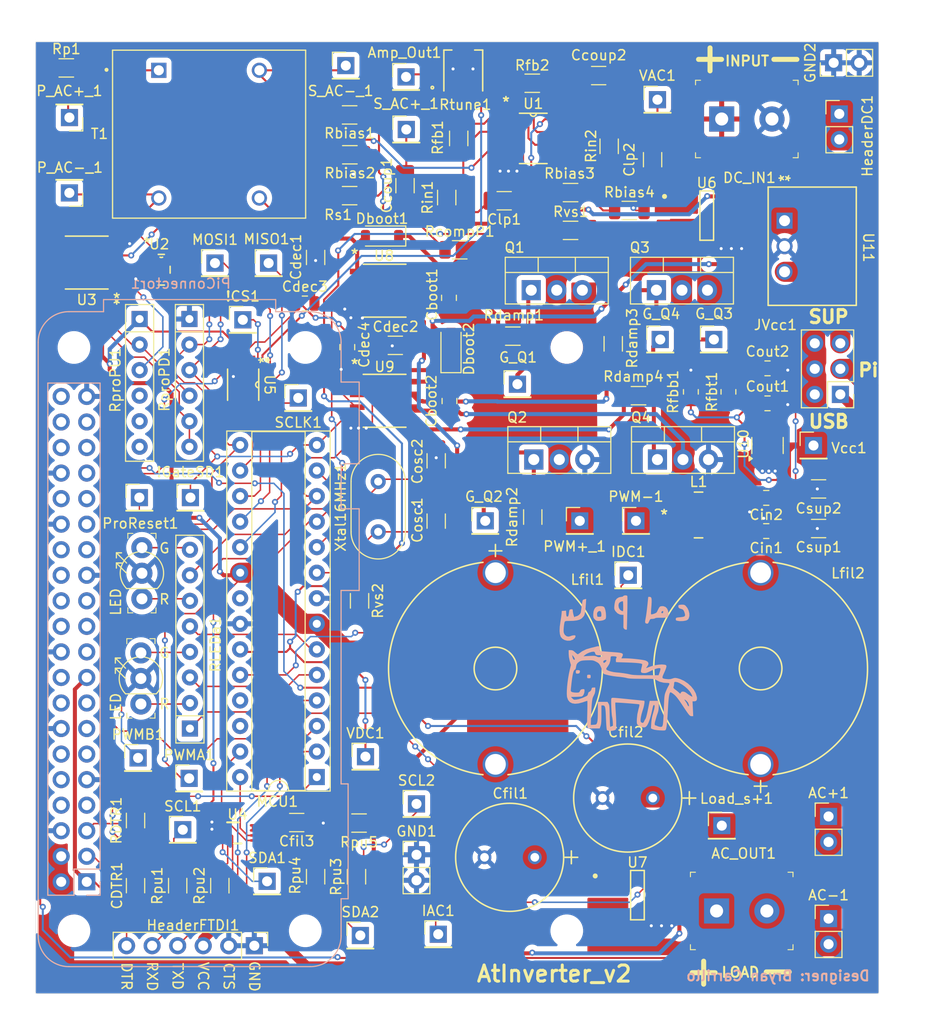
<source format=kicad_pcb>
(kicad_pcb (version 20240108) (generator "pcbnew") (generator_version "8.0")
  (title_block (rev "v1") (comment 1 "Author: Bryan Carrillo"))
  (layers (0 "F.Cu" signal "Front") (31 "B.Cu" signal "Back") (34 "B.Paste" user) (35 "F.Paste" user) (36 "B.SilkS" user "B.Silkscreen") (37 "F.SilkS" user "F.Silkscreen") (38 "B.Mask" user) (39 "F.Mask" user) (44 "Edge.Cuts" user))
  (net 0 "")
  (net 1 "/Load-")
  (net 2 "/DTR")
  (net 3 "GND")
  (net 4 "VCC")
  (net 5 "/VccTTL")
  (net 6 "/MCURXI")
  (net 7 "/MCUTXO")
  (net 8 "/!RESET")
  (net 9 "/PWMA")
  (net 10 "/Red1")
  (net 11 "/Green1")
  (net 12 "/ProReset")
  (net 13 "/Red2")
  (net 14 "/MOSI")
  (net 15 "/MISO")
  (net 16 "/SCLK")
  (net 17 "/PWMB")
  (net 18 "/Load+")
  (net 19 "/IAC")
  (net 20 "/VccPi")
  (net 21 "/IDC")
  (net 22 "Net-(LED1-A1)")
  (net 23 "Net-(LED1-A2)")
  (net 24 "Net-(LED2-A1)")
  (net 25 "Net-(LED2-A2)")
  (net 26 "/VDC")
  (net 27 "/VAC")
  (net 39 "/Green2")
  (net 40 "/!GateSD")
  (net 47 "/CompOut")
  (net 50 "/CompN")
  (net 51 "/CompP")
  (net 54 "/PWMA_HO")
  (net 55 "/PWMB_HO")
  (net 56 "/PWMA_LO")
  (net 57 "/PWMB_LO")
  (net 58 "/!CS")
  (net 59 "Net-(Amp_Out1-Pin_1)")
  (net 60 "Net-(Dboot1-K)")
  (net 61 "Net-(PWM+_1-Pin_1)")
  (net 62 "Net-(Dboot2-K)")
  (net 63 "Net-(PWM-1-Pin_1)")
  (net 64 "Net-(Ccoup1-Pad1)")
  (net 65 "Net-(S_AC+_1-Pin_1)")
  (net 66 "Net-(Ccoup2-Pad1)")
  (net 67 "Net-(Ccoup2-Pad2)")
  (net 68 "Net-(U4-EN)")
  (net 69 "Net-(Clp1-Pad2)")
  (net 70 "Net-(Clp2-Pad2)")
  (net 71 "/XTAL1")
  (net 72 "/XTAL2")
  (net 73 "/Load_s+")
  (net 74 "/SDA2")
  (net 75 "/SCL2")
  (net 76 "+3.3V")
  (net 77 "/SDA1")
  (net 78 "/SCL1")
  (net 83 "Net-(P_AC+_1-Pin_1)")
  (net 84 "Net-(Q1-D)")
  (net 85 "Net-(S_AC-_1-Pin_1)")
  (net 86 "Net-(Rbias3-Pad2)")
  (net 87 "Net-(U8-HO)")
  (net 88 "Net-(U8-LO)")
  (net 89 "Net-(U9-HO)")
  (net 90 "Net-(U9-LO)")
  (net 94 "/VccSupply")
  (net 103 "Net-(DC_IN1-Pin_1)")
  (net 104 "Net-(U10-SW)")
  (net 105 "Net-(U10-FB)")
  (net 106 "12V")
  (footprint "Connector_PinHeader_2.54mm:PinHeader_1x01_P2.54mm_Vertical" (layer "F.Cu") (at 125.3274 47.6594)
    (property "Reference" "VAC1")
    (property "Value" "Conn_01x01_Male")
  )
  (footprint "Capacitor_SMD:C_1206_3216Metric" (layer "F.Cu") (at 100.2284 56.2102 90)
    (property "Reference" "Ccoup1")
    (property "Value" "1uF")
  )
  (footprint "Resistor_SMD:R_1206_3216Metric" (layer "F.Cu") (at 94.742 53.1368 180)
    (property "Reference" "Rbias2")
    (property "Value" "10kΩ")
  )
  (footprint "Package_TO_SOT_THT:TO-220-3_Vertical" (layer "F.Cu") (at 125.222 66.5988)
    (property "Reference" "Q3")
    (property "Value" "IRFB4020PBF")
  )
  (footprint "Resistor_SMD:R_1206_3216Metric" (layer "F.Cu") (at 73.4314 119.3292 -90)
    (property "Reference" "RDTR1")
    (property "Value" "10kΩ")
  )
  (footprint "Resistor_SMD:R_1206_3216Metric" (layer "F.Cu") (at 122.5296 58.674)
    (property "Reference" "Rbias4")
    (property "Value" "10kΩ")
  )
  (footprint "Connector_PinHeader_2.54mm:PinHeader_1x01_P2.54mm_Vertical" (layer "F.Cu") (at 100.33 45.395)
    (property "Reference" "Amp_Out1")
    (property "Value" "Conn_01x01_Male")
  )
  (footprint "Atinverter_v1_footprint_lib:SO8_STM" (layer "F.Cu") (at 68.58 63.8556 180)
    (property "Reference" "U3")
    (property "Value" "LM393")
  )
  (footprint "Connector_PinHeader_2.54mm:PinHeader_1x01_P2.54mm_Vertical" (layer "F.Cu") (at 81.3308 63.9064)
    (property "Reference" "MOSI1")
    (property "Value" "Conn_01x01_Male")
  )
  (footprint "Connector_PinHeader_2.54mm:PinHeader_1x01_P2.54mm_Vertical" (layer "F.Cu") (at 125.603 71.501)
    (property "Reference" "G_Q4")
    (property "Value" "Conn_01x01_Male")
  )
  (footprint "Diode_SMD:D_SOD-123" (layer "F.Cu") (at 104.8004 72.4408 90)
    (property "Reference" "Dboot2")
    (property "Value" "BAT46")
  )
  (footprint "Atinverter_v1_footprint_lib:D8" (layer "F.Cu") (at 112.9792 51.5112)
    (property "Reference" "U1")
    (property "Value" "LM358N")
  )
  (footprint "Resistor_SMD:R_1206_3216Metric" (layer "F.Cu") (at 112.8814 46.0248 180)
    (property "Reference" "Rfb2")
    (property "Value" "100kΩ")
  )
  (footprint "Capacitor_SMD:C_1206_3216Metric" (layer "F.Cu") (at 99.2632 72.0852)
    (property "Reference" "Cdec2")
    (property "Value" "4.7uF")
  )
  (footprint "Package_DIP:DIP-28_W7.62mm_Socket" (layer "F.Cu") (at 91.4554 115.0112 180)
    (property "Reference" "MCU1")
    (property "Value" "ATmega328P-PU")
  )
  (footprint "Resistor_SMD:R_1206_3216Metric" (layer "F.Cu") (at 77.6224 125.8062 90)
    (property "Reference" "Rpu1")
    (property "Value" "4.7kΩ")
  )
  (footprint "Capacitor_SMD:C_1206_3216Metric" (layer "F.Cu") (at 73.4314 125.8062 90)
    (property "Reference" "CDTR1")
    (property "Value" "0.1uF")
  )
  (footprint "Capacitor_SMD:C_1206_3216Metric" (layer "F.Cu") (at 89.4588 119.5324 180)
    (property "Reference" "Cfil3")
    (property "Value" "0.1uF")
  )
  (footprint "Connector_PinHeader_2.54mm:PinHeader_1x01_P2.54mm_Vertical" (layer "F.Cu") (at 89.6112 77.3176)
    (property "Reference" "SCLK1")
    (property "Value" "Conn_01x01_Male")
  )
  (footprint "Resistor_SMD:R_1206_3216Metric" (layer "F.Cu") (at 116.6876 56.896)
    (property "Reference" "Rbias3")
    (property "Value" "10kΩ")
  )
  (footprint "Package_TO_SOT_THT:TO-220-3_Vertical" (layer "F.Cu") (at 112.776 66.5988)
    (property "Reference" "Q1")
    (property "Value" "IRFB4020PBF")
  )
  (footprint "Connector_PinHeader_2.54mm:PinHeader_1x01_P2.54mm_Vertical" (layer "F.Cu") (at 78.1304 120.2436)
    (property "Reference" "SCL1")
    (property "Value" "Conn_01x01_Male")
  )
  (footprint "Capacitor_SMD:C_0805_2012Metric" (layer "F.Cu") (at 94.488 72.263 -90)
    (property "Reference" "Cdec4")
    (property "Value" "1uF")
  )
  (footprint "Atinverter_v1_footprint_lib:LED_3pin_P2.54mm" (layer "F.Cu") (at 73.9648 107.7468 90)
    (property "Reference" "LED1")
    (property "Value" "LED")
  )
  (footprint "Connector_PinHeader_2.54mm:PinHeader_1x01_P2.54mm_Vertical" (layer "F.Cu") (at 78.8924 87.2236)
    (property "Reference" "!GateSD1")
    (property "Value" "Conn_01x01_Male")
  )
  (footprint "Resistor_SMD:R_1206_3216Metric" (layer "F.Cu") (at 91.3384 124.9172 90)
    (property "Reference" "Rpu4")
    (property "Value" "4.7kΩ")
  )
  (footprint "Resistor_SMD:R_1206_3216Metric" (layer "F.Cu") (at 95.4024 124.9172 90)
    (property "Reference" "Rpu3")
    (property "Value" "4.7kΩ")
  )
  (footprint "Atinverter_v1_footprint_lib:MUA08A" (layer "F.Cu") (at 84.134599 75.9968 -90)
    (property "Reference" "U5")
    (property "Value" "ADC122S021CIMM")
  )
  (footprint "Connector_PinHeader_2.54mm:PinHeader_1x01_P2.54mm_Vertical" (layer "F.Cu") (at 100.3554 50.6222)
    (property "Reference" "S_AC+_1")
    (property "Value" "Conn_01x01_Male")
  )
  (footprint "Atinverter_v1_footprint_lib:LED_3pin_P2.54mm" (layer "F.Cu") (at 74.0664 97.282 90)
    (property "Reference" "LED2")
    (property "Value" "LED")
  )
  (footprint "Resistor_SMD:R_1206_3216Metric" (layer "F.Cu") (at 112.9284 89.154 90)
    (property "Reference" "Rdamp2")
    (property "Value" "8.2Ω")
  )
  (footprint "Connector_PinHeader_2.54mm:PinHeader_1x01_P2.54mm_Vertical" (layer "F.Cu") (at 140.843 82.042)
    (property "Reference" "Vcc1")
    (property "Value" "Conn_01x01_Male")
  )
  (footprint "Package_TO_SOT_SMD:SOT-23-6" (layer "F.Cu") (at 136.271 82.042 90)
    (property "Reference" "U10")
    (property "Value" "TLV61046ADB")
  )
  (footprint "Capacitor_SMD:C_1206_3216Metric" (layer "F.Cu") (at 119.4816 45.2628 180)
    (property "Reference" "Ccoup2")
    (property "Value" "1uF")
  )
  (footprint "Atinverter_v1_footprint_lib:DBV5" (layer "F.Cu") (at 75.9968 64.5668)
    (property "Reference" "U2")
    (property "Value" "74LVC1G32")
  )
  (footprint "Resistor_SMD:R_0805_2012Metric" (layer "F.Cu") (at 132.3848 76.708 90)
    (property "Reference" "Rfbt1")
    (property "Value" "1MΩ")
  )
  (footprint "Capacitor_SMD:C_1206_3216Metric" (layer "F.Cu") (at 103.3272 83.566 90)
    (property "Reference" "Cosc2")
    (property "Value" "22pF")
  )
  (footprint "Connector_PinHeader_2.54mm:PinHeader_2x03_P2.54mm_Vertical" (layer "F.Cu") (at 143.51 76.962 180)
    (property "Reference" "JVcc1")
    (property "Value" "Conn_02x03_Odd_Even")
  )
  (footprint "Connector_PinHeader_2.54mm:PinHeader_1x01_P2.54mm_Vertical" (layer "F.Cu") (at 101.3714 117.6782)
    (property "Reference" "SCL2")
    (property "Value" "Conn_01x01_Male")
  )
  (footprint "Atinverter_v1_footprint_lib:R-78HE-0.3_SIP3_11.5X8.5X12.5_RCP" (layer "F.Cu") (at 137.966 59.69 -90)
    (property "Reference" "U11")
    (property "Value" "R-78HE5.0-0.3")
  )
  (footprint "Connector_PinHeader_2.54mm:PinHeader_1x01_P2.54mm_Vertical" (layer "F.Cu") (at 95.7834 130.7592)
    (property "Reference" "SDA2")
    (property "Value" "Conn_01x01_Male")
  )
  (footprint "Resistor_SMD:R_1206_3216Metric" (layer "F.Cu") (at 105.5662 51.5112 -90)
    (property "Reference" "Rfb1")
    (property "Value" "100kΩ")
  )
  (footprint "Crystal:Resonator-2Pin_W10.0mm_H5.0mm" (layer "F.Cu") (at 97.5614 85.6248 -90)
    (property "Reference" "Xtal16MHz1")
    (property "Value" "16MHz")
  )
  (footprint "Resistor_SMD:R_1206_3216Metric" (layer "F.Cu") (at 123.444 77.089)
    (property "Reference" "Rdamp4")
    (property "Value" "8.2Ω")
  )
  (footprint "Capacitor_SMD:C_0805_2012Metric" (layer "F.Cu") (at 136.271 74.3712)
    (property "Reference" "Cout2")
    (property "Value" "1uF")
  )
  (footprint "Connector_PinHeader_2.54mm:PinHeader_1x01_P2.54mm_Vertical" (layer "F.Cu") (at 84.0994 69.5452)
    (property "Reference" "!CS1")
    (property "Value" "Conn_01x01_Male")
  )
  (footprint "Resistor_SMD:R_1206_3216Metric" (layer "F.Cu") (at 94.7204 57.2008)
    (property "Reference" "Rs1")
    (property "Value" "100Ω")
  )
  (footprint "Resistor_THT:R_Array_SIP6" (layer "F.Cu") (at 78.7908 69.4674 -90)
    (property "Reference" "RproPD1")
    (property "Value" "R_Network05")
  )
  (footprint "Capacitor_SMD:C_0805_2012Metric" (layer "F.Cu") (at 136.271 77.851)
    (property "Reference" "Cout1")
    (property "Value" "1uF")
  )
  (footprint "Atinverter_v1_footprint_lib:PG-DSO-8-910_INF" (layer "F.Cu") (at 98.1964 66.6496)
    (property "Reference" "U8")
    (property "Value" "IR2302")
  )
  (footprint "Atinverter_v1_footprint_lib:CAP_BX_10x16_RUB" (layer "F.Cu") (at 124.8664 117.094 180)
    (property "Reference" "Cfil2")
    (property "Value" "22uF")
  )
  (footprint "Connector_PinHeader_2.54mm:PinHeader_1x01_P2.54mm_Vertical" (layer "F.Cu") (at 73.6854 113.1062)
    (property "Reference" "PWMB1")
    (property "Value" "Conn_01x01_Male")
  )
  (footprint "Resistor_SMD:R_1206_3216Metric" (layer "F.Cu") (at 120.9294 71.9328 90)
    (property "Reference" "Rdamp3")
    (property "Value" "8.2Ω")
  )
  (footprint "Capacitor_SMD:C_1206_3216Metric" (layer "F.Cu") (at 141.351 90.297 180)
    (property "Reference" "Csup1")
    (property "Value" "2.2uF")
  )
  (footprint "Capacitor_SMD:C_1206_3216Metric" (layer "F.Cu") (at 110.0874 57.7088 180)
    (property "Reference" "Clp1")
    (property "Value" "1nF")
  )
  (footprint "Atinverter_v1_footprint_lib:CAP_BX_10x16_RUB" (layer "F.Cu") (at 113.1316 122.9868 180)
    (property "Reference" "Cfil1")
    (property "Value" "22uF")
  )
  (footprint "Package_TO_SOT_THT:TO-220-3_Vertical" (layer "F.Cu") (at 113.03 83.439)
    (property "Reference" "Q2")
    (property "Value" "IRFB4020PBF")
  )
  (footprint "Capacitor_SMD:C_0805_2012Metric" (layer "F.Cu") (at 136.144 87.249 180)
    (property "Reference" "Cin2")
    (property "Value" "2.2uF")
  )
  (footprint "Resistor_THT:R_Array_SIP8" (layer "F.Cu") (at 78.8416 110.1852 90)
    (property "Reference" "RLEDa1")
    (property "Value" "R_Array")
  )
  (footprint "Connector_PinHeader_2.54mm:PinHeader_1x02_P2.54mm_Vertical" (layer "F.Cu") (at 142.3416 118.9228)
    (property "Reference" "AC+1")
    (property "Value" "Conn_01x02_Pin")
  )
  (footprint "Connector_PinHeader_2.54mm:PinHeader_1x01_P2.54mm_Vertical" (layer "F.Cu") (at 108.204 89.535)
    (property "Reference" "G_Q2")
    (property "Value" "Conn_01x01_Male")
  )
  (footprint "Diode_SMD:D_SOD-123" (layer "F.Cu") (at 97.9424 61.214 180)
    (property "Reference" "Dboot1")
    (property "Value" "BAT46")
  )
  (footprint "Connector_PinHeader_2.54mm:PinHeader_1x01_P2.54mm_Vertical" (layer "F.Cu") (at 123.19 89.535)
    (property "Reference" "PWM-1")
    (property "Value" "Conn_01x01_Male")
  )
  (footprint "Atinverter_v1_footprint_lib:TC33X-2-104E_BRN" (layer "F.Cu") (at 106.0196 44.7548)
    (property "Reference" "Rtune1")
    (property "Value" "R_Potentiometer")
  )
  (footprint "Connector_PinHeader_2.54mm:PinHeader_1x01_P2.54mm_Vertical" (layer "F.Cu") (at 122.428 94.9452)
    (property "Reference" "IDC1")
    (property "Value" "Conn_01x01_Male")
  )
  (footprint "Atinverter_v1_footprint_lib:DCU0008A_L" (layer "F.Cu") (at 83.59 120.560402)
    (property "Reference" "U4")
    (property "Value" "LSF0102DCUR")
  )
  (footprint "Atinverter_v1_footprint_lib:IND_BOURNS_SDR0403" (layer "F.Cu") (at 129.413 88.9508)
    (property "Reference" "L1")
    (property "Value" "22uH")
  )
  (footprint "Connector_PinHeader_2.54mm:PinHeader_1x01_P2.54mm_Vertical" (layer "F.Cu") (at 66.8528 56.9266 180)
    (property "Reference" "P_AC-_1")
    (property "Value" "Conn_01x01_Male")
  )
  (footprint "Capacitor_SMD:C_0805_2012Metric" (layer "F.Cu") (at 90.2716 67.9196)
    (property "Reference" "Cdec3")
    (property "Value" "0.1uF")
  )
  (footprint "Resistor_SMD:R_1206_3216Metric" (layer "F.Cu") (at 95.6564 119.5832 180)
    (property "Reference" "Rpu5")
    (property "Value" "200kΩ")
  )
  (footprint "Connector_PinHeader_2.54mm:PinHeader_1x02_P2.54mm_Vertical" (layer "F.Cu") (at 142.3416 129.0828)
    (property "Reference" "AC-1")
    (property "Value" "Conn_01x02_Pin")
  )
  (footprint "Atinverter_v1_footprint_lib:XFMR_ZMPT101B" (layer "F.Cu") (at 80.7466 51.0884)
    (property "Reference" "T1")
    (property "Value" "ZMPT101B")
  )
  (footprint "Connector_PinHeader_2.54mm:PinHeader_1x01_P2.54mm_Vertical" (layer "F.Cu") (at 111.4044 75.946)
    (property "Reference" "G_Q1")
    (property "Value" "Conn_01x01_Male")
  )
  (footprint "Resistor_SMD:R_1206_3216Metric" (layer "F.Cu") (at 94.7204 49.1744 180)
    (property "Reference" "Rbias1")
    (property "Value" "10kΩ")
  )
  (footprint "Connector_PinHeader_2.54mm:PinHeader_1x01_P2.54mm_Vertical" (layer "F.Cu") (at 94.3394 44.2722)
    (property "Reference" "S_AC-_1")
    (property "Value" "Conn_01x01_Male")
  )
  (footprint "Atinverter_v1_footprint_lib:Term_Block_1x2_P5mm" (layer "F.Cu") (at 131.7136 49.5808)
    (property "Reference" "DC_IN1")
    (property "Value" "Screw_Terminal_01x02")
  )
  (footprint "Atinverter_v1_footprint_lib:PG-DSO-8-910_INF" (layer "F.Cu") (at 98.1964 77.597)
    (property "Reference" "U9")
    (property "Value" "IR2302")
  )
  (footprint "Connector_PinHeader_2.54mm:PinHeader_1x01_P2.54mm_Vertical" (layer "F.Cu") (at 103.5304 130.6322)
    (property "Reference" "IAC1")
    (property "Value" "Conn_01x01_Male")
  )
  (footprint "Connector_PinHeader_2.54mm:PinHeader_1x01_P2.54mm_Vertical" (layer "F.Cu") (at 130.937 71.501)
    (property "Reference" "G_Q3")
    (property "Value" "Conn_01x01_Male")
  )
  (footprint "Capacitor_SMD:C_0805_2012Metric" (layer "F.Cu") (at 136.144 90.551 180)
    (property "Reference" "Cin1")
    (property "Value" "2.2uF")
  )
  (footprint "Capacitor_SMD:C_1206_3216Metric" (layer "F.Cu") (at 124.843 53.6266 -90)
    (property "Reference" "Clp2")
    (property "Value" "1nF")
  )
  (footprint "Connector_PinHeader_2.54mm:PinHeader_1x01_P2.54mm_Vertical" (layer "F.Cu") (at 86.5124 125.3744)
    (property "Reference" "SDA1")
    (property "Value" "Conn_01x01_Male")
  )
  (footprint "Atinverter_v1_footprint_lib:AIRD-02_ABR" (layer "F.Cu") (at 135.5852 113.7412 90)
    (property "Reference" "Lfil2")
    (property "Value" "220uH")
  )
  (footprint "Capacitor_SMD:C_0805_2012Metric" (layer "F.Cu") (at 104.5972 67.3608 -90)
    (property "Reference" "Cboot1")
    (property "Value" "1uF")
  )
  (footprint "Capacitor_SMD:C_1206_3216Metric" (layer "F.Cu") (at 91.3384 63.3476 -90)
    (property "Reference" "Cdec1")
    (property "Value" "4.7uF")
  )
  (footprint "Package_TO_SOT_THT:TO-220-3_Vertical" (layer "F.Cu") (at 125.3236 83.439)
    (property "Reference" "Q4")
    (property "Value" "IRFB4020PBF")
  )
  (footprint "Connector_PinHeader_2.54mm:PinHeader_1x01_P2.54mm_Vertical" (layer "F.Cu") (at 117.602 89.535)
    (property "Reference" "PWM+_1")
    (property "Value" "Conn_01x01_Male")
  )
  (footprint "Resistor_SMD:R_1206_3216Metric" (layer "F.Cu") (at 110.9472 71.1708)
    (property "Reference" "Rdamp1")
    (property "Value" "8.2Ω")
  )
  (footprint "Capacitor_SMD:C_0805_2012Metric" (layer "F.Cu") (at 104.648 77.6224 -90)
    (property "Reference" "Cboot2")
    (property "Value" "1uF")
  )
  (footprint "Resistor_SMD:R_1206_3216Metric" (layer "F.Cu") (at 66.548 44.5008 180)
    (property "Reference" "Rp1")
    (property "Value" "33kΩ")
  )
  (footprint "Atinverter_v1_footprint_lib:FTDI_USB_TTL_Header" (layer "F.Cu") (at 85.2424 131.7752 -90)
    (property "Reference" "HeaderFTDI1")
    (property "Value" "Conn_01x06_Male")
  )
  (footprint "Atinverter_v1_footprint_lib:D0008A-IPC_A" (layer "F.Cu") (at 130.228399 59.182)
    (property "Reference" "U6")
    (property "Value" "TMCS1108A4BQDR")
  )
  (footprint "Connector_PinHeader_2.54mm:PinHeader_1x02_P2.54mm_Vertical" (layer "F.Cu") (at 143.4084 49.0728)
    (property "Reference" "HeaderDC1")
    (property "Value" "Conn_01x02_Pin")
  )
  (footprint "Connector_PinHeader_2.54mm:PinHeader_1x01_P2.54mm_Vertical" (layer "F.Cu") (at 131.7244 119.8372)
    (property "Reference" "Load_s+1")
    (property "Value" "Conn_01x01_Male")
  )
  (footprint "Resistor_SMD:R_1206_3216Metric" (layer "F.Cu") (at 116.6876 60.6552 180)
    (property "Reference" "Rvs1")
    (property "Value" "120kΩ")
  )
  (footprint "Resistor_SMD:R_1206_3216Metric" (layer "F.Cu") (at 105.664 62.5856)
    (property "Reference" "RcompP1")
    (property "Value" "100kΩ")
  )
  (footprint "Connector_PinHeader_2.54mm:PinHeader_1x01_P2.54mm_Vertical" (layer "F.Cu") (at 66.8566 49.4374 180)
    (property "Reference" "P_AC+_1")
    (property "Value" "Conn_01x01_Male")
  )
  (footprint "Connector_PinHeader_2.54mm:PinHeader_1x02_P2.54mm_Vertical" (layer "F.Cu") (at 101.3696 122.7328)
    (property "Reference" "GND1")
    (property "Value" "Conn_01x02_Pin")
  )
  (footprint "Capacitor_SMD:C_1206_3216Metric" (layer "F.Cu") (at 141.351 86.36 180)
    (property "Reference" "Csup2")
    (property "Value" "2.2uF")
  )
  (footprint "Resistor_SMD:R_1206_3216Metric" (layer "F.Cu") (at 95.7072 97.4852 -90)
    (property "Reference" "Rvs2")
    (property "Value" "10kΩ")
  )
  (footprint "Connector_PinHeader_2.54mm:PinHeader_1x01_P2.54mm_Vertical" (layer "F.Cu") (at 73.8124 87.2236)
    (property "Reference" "ProReset1")
    (property "Value" "Conn_01x01_Male")
  )
  (footprint "Atinverter_v1_footprint_lib:Term_Block_1x2_P5mm" (layer "F.Cu") (at 131.2056 128.3208)
    (property "Reference" "AC_OUT1")
    (property "Value" "Screw_Terminal_01x02")
  )
  (footprint "Resistor_SMD:R_1206_3216Metric" (layer "F.Cu") (at 120.525 52.2951 90)
    (property "Reference" "Rin2")
    (property "Value" "10kΩ")
  )
  (footprint "Connector_PinHeader_2.54mm:PinHeader_1x02_P2.54mm_Vertical" (layer "F.Cu") (at 142.8496 43.9928 90)
    (property "Reference" "GND2")
    (property "Value" "Conn_01x02_Pin")
  )
  (footprint "Connector_PinHeader_2.54mm:PinHeader_1x01_P2.54mm_Vertical" (layer "F.Cu") (at 78.7654 115.1382)
    (property "Reference" "PWMA1")
    (property "Value" "Conn_01x01_Male")
  )
  (footprint "Resistor_THT:R_Array_SIP6" (layer "F.Cu") (at 73.8378 69.4674 -90)
    (property "Reference" "RproPU1")
    (property "Value" "R_Network05")
  )
  (footprint "Resistor_SMD:R_1206_3216Metric" (layer "F.Cu") (at 104.3724 57.3894 90)
    (property "Reference" "Rin1")
    (property "Value" "10kΩ")
  )
  (footprint "Connector_PinHeader_2.54mm:PinHeader_1x01_P2.54mm_Vertical" (layer "F.Cu") (at 86.6648 63.9064)
    (property "Reference" "MISO1")
    (property "Value" "Conn_01x01_Male")
  )
  (footprint "Capacitor_SMD:C_1206_3216Metric" (layer "F.Cu") (at 103.3272 89.5604 -90)
    (property "Reference" "Cosc1")
    (property "Value" "22pF")
  )
  (footprint "Resistor_SMD:R_0805_2012Metric" (layer "F.Cu") (at 128.651 76.708 -90)
    (property "Reference" "Rfbb1")
    (property "Value" "71.5kΩ")
  )
  (footprint "Resistor_SMD:R_1206_3216Metric" (layer "F.Cu") (at 81.8134 125.8062 90)
    (property "Reference" "Rpu2")
    (property "Value" "4.7kΩ")
  )
  (footprint "Atinverter_v1_footprint_lib:D0008A-IPC_A" (layer "F.Cu") (at 123.336001 126.746)
    (property "Reference" "U7")
    (property "Value" "TMCS1108A4BQDR")
  )
  (footprint "Connector_PinHeader_2.54mm:PinHeader_1x01_P2.54mm_Vertical" (layer "F.Cu") (at 96.2914 112.9792)
    (property "Reference" "VDC1")
    (property "Value" "Conn_01x01_Male")
  )
  (footprint "Atinverter_v1_footprint_lib:AIRD-02_ABR" (layer "F.Cu") (at 109.22 94.6912 -90)
    (property "Reference" "Lfil1")
    (property "Value" "220uH")
  )
  (footprint "Atinverter_v1_footprint_lib:Cal_Poly_Mustang" (layer "B.Cu") (at 122.759563 103.10021 180)
    (property "Reference" "G***" (hide yes))
    (property "Value" "LOGO" (hide yes))
  )
  (footprint "Atinverter_v1_footprint_lib:Raspberry_Pi_Zero_and_Four" (layer "B.Cu") (at 68.58 125.4252)
    (property "Reference" "PiConnector1")
    (property "Value" "Raspberry_Pi_2_3")
  )
  (gr_rect (start 63.5 41.91) (end 147.32 136.525) (stroke (width 0.0381)) (fill none) (layer "Edge.Cuts"))
  (gr_text "Designer: Bryan Carrillo" (at 137.3124 134.7724 0) (layer "B.SilkS") (effects (font (size 1 1) (thickness 0.2) (bold yes)) (justify mirror)))
  (gr_text "AtInverter_v2" (at 115.062 134.5692 0) (layer "F.SilkS") (effects (font (size 1.6 1.6) (thickness 0.3) (bold yes))))
  (gr_text "SUP" (at 142.3416 69.2404 0) (layer "F.SilkS") (effects (font (size 1.3 1.3) (thickness 0.3048) (bold yes))))
  (gr_text "LOAD" (at 133.5786 134.4168 0) (layer "F.SilkS") (effects (font (size 1 1) (thickness 0.2) (bold yes))))
  (gr_text "USB" (at 140.208 79.6544 0) (layer "F.SilkS") (effects (font (size 1.3 1.3) (thickness 0.3048)) (justify left)))
  (gr_text "Pi" (at 146.304 74.549 0) (layer "F.SilkS") (effects (font (size 1.3 1.3) (thickness 0.3048))))
  (gr_text "INPUT\n" (at 134.239 43.815 0) (layer "F.SilkS") (effects (font (size 1 1) (thickness 0.2) (bold yes))))
  (segment (start 81.788 85.8012) (end 81.7372 85.7504) (width 0.15) (layer "F.Cu") (net 1))
  (segment (start 124.46 117.0432) (end 124.8664 117.0432) (width 0.2) (layer "F.Cu") (net 1))
  (segment (start 67.0052 57.079) (end 75.3872 57.079) (width 0.2) (layer "F.Cu") (net 1))
  (segment (start 66.8528 56.9266) (end 67.0052 57.079) (width 0.2) (layer "F.Cu") (net 1))
  (segment (start 75.3872 57.079) (end 75.7466 57.4384) (width 0.2) (layer "F.Cu") (net 1))
  (segment (start 64.6176 60.8584) (end 66.04 59.436) (width 0.2) (layer "F.Cu") (net 1))
  (segment (start 89.8144 106.1212) (end 98.7044 106.1212) (width 0.2) (layer "F.Cu") (net 1))
  (segment (start 118.2624 110.9472) (end 118.364 110.9472) (width 0.2) (layer "F.Cu") (net 1))
  (segment (start 69.9516 74.8792) (end 66.0654 74.8792) (width 0.2) (layer "F.Cu") (net 1))
  (segment (start 64.6176 73.4314) (end 64.6176 60.8584) (width 0.2) (layer "F.Cu") (net 1))
  (segment (start 66.0654 74.8792) (end 64.6176 73.4314) (width 0.2) (layer "F.Cu") (net 1))
  (segment (start 118.364 110.9472) (end 124.46 117.0432) (width 0.2) (layer "F.Cu") (net 1))
  (segment (start 70.5104 81.4832) (end 70.5104 75.438) (width 0.15) (layer "F.Cu") (net 1))
  (segment (start 73.749 59.436) (end 75.7466 57.4384) (width 0.2) (layer "F.Cu") (net 1))
  (segment (start 73.3044 84.2772) (end 70.5104 81.4832) (width 0.15) (layer "F.Cu") (net 1))
  (segment (start 98.7044 106.1212) (end 102.5144 109.9312) (width 0.2) (layer "F.Cu") (net 1))
  (segment (start 70.5104 75.438) (end 69.9516 74.8792) (width 0.2) (layer "F.Cu") (net 1))
  (segment (start 66.04 59.436) (end 73.749 59.436) (width 0.2) (layer "F.Cu") (net 1))
  (segment (start 85.2932 85.8012) (end 81.788 85.8012) (width 0.15) (layer "F.Cu") (net 1))
  (segment (start 74.8284 84.2772) (end 73.3044 84.2772) (width 0.15) (layer "F.Cu") (net 1))
  (via (at 85.2932 85.8012) (size 0.6) (drill 0.3) (layers "F.Cu" "B.Cu") (net 1))
  (via (at 118.2624 110.9472) (size 0.6) (drill 0.3) (layers "F.Cu" "B.Cu") (net 1))
  (via (at 81.7372 85.7504) (size 0.6) (drill 0.3) (layers "F.Cu" "B.Cu") (net 1))
  (via (at 89.8144 106.1212) (size 0.6) (drill 0.3) (layers "F.Cu" "B.Cu") (net 1))
  (via (at 74.8284 84.2772) (size 0.6) (drill 0.3) (layers "F.Cu" "B.Cu") (net 1))
  (via (at 102.5144 109.9312) (size 0.6) (drill 0.3) (layers "F.Cu" "B.Cu") (net 1))
  (segment (start 88.1888 104.4956) (end 89.8144 106.1212) (width 0.15) (layer "B.Cu") (net 1))
  (segment (start 81.7372 85.7504) (end 80.8228 84.836) (width 0.15) (layer "B.Cu") (net 1))
  (segment (start 85.2932 85.8012) (end 87.1728 85.8012) (width 0.15) (layer "B.Cu") (net 1))
  (segment (start 75.3872 84.836) (end 74.8284 84.2772) (width 0.15) (layer "B.Cu") (net 1))
  (segment (start 87.1728 85.8012) (end 88.1888 86.8172) (width 0.15) (layer "B.Cu") (net 1))
  (segment (start 88.1888 86.8172) (end 88.1888 104.4956) (width 0.15) (layer "B.Cu") (net 1))
  (segment (start 117.2464 109.9312) (end 118.2624 110.9472) (width 0.2) (layer "B.Cu") (net 1))
  (segment (start 102.5144 109.9312) (end 117.2464 109.9312) (width 0.2) (layer "B.Cu") (net 1))
  (segment (start 80.8228 84.836) (end 75.3872 84.836) (width 0.15) (layer "B.Cu") (net 1))
  (segment (start 72.5424 128.1702) (end 72.5424 131.7752) (width 0.15) (layer "F.Cu") (net 2))
  (segment (start 73.4314 127.2812) (end 72.5424 128.1702) (width 0.15) (layer "F.Cu") (net 2))
  (segment (start 123.19 58.674) (end 123.9921 58.674) (width 0.15) (layer "F.Cu") (net 3))
  (segment (start 122.936 58.42) (end 123.19 58.674) (width 0.15) (layer "F.Cu") (net 3))
  (segment (start 141.224 86.36) (end 139.876 86.36) (width 0.2) (layer "F.Cu") (net 3))
  (segment (start 73.4568 65.4812) (end 74.767399 65.4812) (width 0.15) (layer "F.Cu") (net 3))
  (segment (start 74.767399 65.4812) (end 74.803 65.516801) (width 0.15) (layer "F.Cu") (net 3))
  (segment (start 95.5548 79.502) (end 95.47225 79.502) (width 0.2) (layer "F.Cu") (net 3))
  (segment (start 136.271 83.1795) (end 136.271 84.455) (width 0.2) (layer "F.Cu") (net 3))
  (segment (start 111.3536 54.7624) (end 111.3536 54.2544) (width 0.2) (layer "F.Cu") (net 3))
  (segment (start 103.3272 83.2612) (end 103.3272 82.091) (width 0.2) (layer "F.Cu") (net 3))
  (segment (start 105.0036 44.2214) (end 106.0196 43.2054) (width 0.2) (layer "F.Cu") (net 3))
  (segment (start 138.1058 74.3712) (end 138.2836 74.549) (width 0.2) (layer "F.Cu") (net 3))
  (segment (start 95.7072 98.9477) (end 94.1979 98.9477) (width 0.15) (layer "F.Cu") (net 3))
  (segment (start 91.2216 67.9196) (end 91.1962 67.8942) (width 0.2) (layer "F.Cu") (net 3))
  (segment (start 91.1962 64.9648) (end 91.3384 64.8226) (width 0.2) (layer "F.Cu") (net 3))
  (segment (start 103.3272 88.0854) (end 101.6272 88.0854) (width 0.2) (layer "F.Cu") (net 3))
  (segment (start 94.8436 69.18325) (end 95.47225 68.5546) (width 0.2) (layer "F.Cu") (net 3))
  (segment (start 136.144 84.201) (end 135.763 84.582) (width 0.2) (layer "F.Cu") (net 3))
  (segment (start 81.026 120.142) (end 81.026 120.1928) (width 0.15) (layer "F.Cu") (net 3))
  (segment (start 128.651 75.7955) (end 128.651 74.549) (width 0.2) (layer "F.Cu") (net 3))
  (segment (start 106.9848 44.6024) (end 106.9848 44.1706) (width 0.2) (layer "F.Cu") (net 3))
  (segment (start 83.809598 74.6355) (end 83.809598 73.7997) (width 0.15) (layer "F.Cu") (net 3))
  (segment (start 132.6604 62.447196) (end 132.678802 62.465598) (width 0.2) (layer "F.Cu") (net 3))
  (segment (start 125.711598 129.775598) (end 125.73 129.794) (width 0.2) (layer "F.Cu") (net 3))
  (segment (start 137.221 74.3712) (end 138.1058 74.3712) (width 0.2) (layer "F.Cu") (net 3))
  (segment (start 136.271 83.1795) (end 136.271 83.566) (width 0.2) (layer "F.Cu") (net 3))
  (segment (start 138.1566 77.851) (end 138.2836 77.978) (width 0.2) (layer "F.Cu") (net 3))
  (segment (start 95.47225 79.68615) (end 95.47225 79.502) (width 0.2) (layer "F.Cu") (net 3))
  (segment (start 83.261098 75.184) (end 83.809598 74.6355) (width 0.15) (layer "F.Cu") (net 3))
  (segment (start 96.3676 80.3148) (end 95.5548 79.502) (width 0.2) (layer "F.Cu") (net 3))
  (segment (start 135.194 89.977) (end 135.194 90.551) (width 0.2) (layer "F.Cu") (net 3))
  (segment (start 109.6772 54.7624) (end 109.6772 54.2544) (width 0.2) (layer "F.Cu") (net 3))
  (segment (start 94.234 68.4784) (end 94.3102 68.5546) (width 0.2) (layer "F.Cu") (net 3))
  (segment (start 136.271 83.566) (end 136.144 83.693) (width 0.2) (layer "F.Cu") (net 3))
  (segment (start 94.488 73.8632) (end 93.8784 74.4728) (width 0.2) (layer "F.Cu") (net 3))
  (segment (start 94.1979 98.9477) (end 92.4814 97.2312) (width 0.15) (layer "F.Cu") (net 3))
  (segment (start 132.6604 61.431196) (end 133.694802 62.465598) (width 0.2) (layer "F.Cu") (net 3))
  (segment (start 136.144 83.693) (end 136.144 84.201) (width 0.2) (layer "F.Cu") (net 3))
  (segment (start 110.5154 54.7624) (end 110.5154 53.4162) (width 0.2) (layer "F.Cu") (net 3))
  (segment (start 134.493 88.646) (end 135.194 87.945) (width 0.2) (layer "F.Cu") (net 3))
  (segment (start 92.4814 97.2312) (end 91.4554 97.2312) (width 0.15) (layer "F.Cu") (net 3))
  (segment (start 92.1004 119.5832) (end 90.9084 119.5832) (width 0.15) (layer "F.Cu") (net 3))
  (segment (start 94.3102 68.5546) (end 95.47225 68.5546) (width 0.2) (layer "F.Cu") (net 3))
  (segment (start 94.8436 80.3148) (end 95.47225 79.68615) (width 0.2) (layer "F.Cu") (net 3))
  (segment (start 100.6874 72.136) (end 100.7382 72.0852) (width 0.2) (layer "F.Cu") (net 3))
  (segment (start 135.194 87.945) (end 135.194 87.249) (width 0.2) (layer "F.Cu") (net 3))
  (segment (start 95.6056 80.3148) (end 95.6056 79.5528) (width 0.2) (layer "F.Cu") (net 3))
  (segment (start 94.8436 69.342) (end 94.8436 69.18325) (width 0.2) (layer "F.Cu") (net 3))
  (segment (start 82.09 119.810401) (end 81.357599 119.810401) (width 0.127) (layer "F.Cu") (net 3))
  (segment (start 94.488 73.213) (end 94.488 73.8632) (width 0.2) (layer "F.Cu") (net 3))
  (segment (start 132.6604 61.468) (end 131.662802 62.465598) (width 0.2) (layer "F.Cu") (net 3))
  (segment (start 132.6604 61.315798) (end 132.6604 62.447196) (width 0.2) (layer "F.Cu") (net 3))
  (segment (start 136.271 84.455) (end 136.398 84.582) (width 0.2) (layer "F.Cu") (net 3))
  (segment (start 105.0036 44.6024) (end 105.0036 44.2214) (width 0.2) (layer "F.Cu") (net 3))
  (segment (start 136.271 83.1795) (end 136.271 83.82) (width 0.2) (layer "F.Cu") (net 3))
  (segment (start 81.028798 119.4816) (end 81.357599 119.810401) (width 0.15) (layer "F.Cu") (net 3))
  (segment (start 141.224 90.297) (end 139.876 90.297) (width 0.2) (layer "F.Cu") (net 3))
  (segment (start 136.271 83.82) (end 137.033 84.582) (width 0.2) (layer "F.Cu") (net 3))
  (segment (start 125.711598 128.759598) (end 126.746 129.794) (width 0.2) (layer "F.Cu") (net 3))
  (segment (start 137.221 77.851) (end 138.1566 77.851) (width 0.2) (layer "F.Cu") (net 3))
  (segment (start 81.026 119.4816) (end 81.028798 119.4816) (width 0.15) (layer "F.Cu") (net 3))
  (segment (start 125.711598 128.796402) (end 124.714 129.794) (width 0.2) (layer "F.Cu") (net 3))
  (segment (start 106.9848 44.1706) (end 106.0196 43.2054) (width 0.2) (layer "F.Cu") (net 3))
  (segment (start 95.0976 54.2437) (end 96.2045 53.1368) (width 0.15) (layer "F.Cu") (net 3))
  (segment (start 71.30415 61.9506) (end 72.8218 61.9506) (width 0.15) (layer "F.Cu") (net 3))
  (segment (start 72.8218 61.9506) (end 72.8472 61.976) (width 0.15) (layer "F.Cu") (net 3))
  (segment (start 111.3536 54.2544) (end 110.5154 53.4162) (width 0.2) (layer "F.Cu") (net 3))
  (segment (start 95.9896 69.3644) (end 95.47225 68.84705) (width 0.2) (layer "F.Cu") (net 3))
  (segment (start 81.357599 119.810401) (end 81.026 120.142) (width 0.15) (layer "F.Cu") (net 3))
  (segment (start 101.6272 88.0854) (end 101.6254 88.0872) (width 0.2) (layer "F.Cu") (net 3))
  (segment (start 91.3384 63.6524) (end 91.3384 64.8226) (width 0.2) (layer "F.Cu") (net 3))
  (segment (start 125.711598 128.6442) (end 125.711598 129.775598) (width 0.2) (layer "F.Cu") (net 3))
  (segment (start 83.1596 75.184) (end 83.261098 75.184) (width 0.15) (layer "F.Cu") (net 3))
  (segment (start 91.1962 67.8942) (end 91.1962 64.9648) (width 0.2) (layer "F.Cu") (net 3))
  (segment (start 95.47225 68.84705) (end 95.47225 68.5546) (width 0.2) (layer "F.Cu") (net 3))
  (segment (start 95.0976 55.0672) (end 95.0976 54.2437) (width 0.15) (layer "F.Cu") (net 3))
  (segment (start 98.9584 72.136) (end 100.6874 72.136) (width 0.2) (layer "F.Cu") (net 3))
  (segment (start 109.6772 54.2544) (end 110.5154 53.4162) (width 0.2) (layer "F.Cu") (net 3))
  (segment (start 135.89 89.281) (end 135.194 89.977) (width 0.2) (layer "F.Cu") (net 3))
  (via (at 135.89 89.281) (size 0.6) (drill 0.3) (layers "F.Cu" "B.Cu") (net 3))
  (via (at 94.8436 69.342) (size 0.6) (drill 0.3) (layers "F.Cu" "B.Cu") (net 3))
  (via (at 103.3272 83.2612) (size 0.6) (drill 0.3) (layers "F.Cu" "B.Cu") (net 3))
  (via (at 92.1004 119.5832) (size 0.6) (drill 0.3) (layers "F.Cu" "B.Cu") (net 3))
  (via (at 98.9584 72.136) (size 0.6) (drill 0.3) (layers "F.Cu" "B.Cu") (net 3))
  (via (at 91.3384 63.6524) (size 0.6) (drill 0.3) (layers "F.Cu" "B.Cu") (net 3))
  (via (at 109.6772 54.7624) (size 0.6) (drill 0.3) (layers "F.Cu" "B.Cu") (net 3))
  (via (at 105.0036 44.6024) (size 0.6) (drill 0.3) (layers "F.Cu" "B.Cu") (net 3))
  (via (at 126.746 129.794) (size 0.6) (drill 0.3) (layers "F.Cu" "B.Cu") (net 3))
  (via (at 110.5154 54.7624) (size 0.6) (drill 0.3) (layers "F.Cu" "B.Cu") (net 3))
  (via (at 141.224 90.297) (size 0.6) (drill 0.3) (layers "F.Cu" "B.Cu") (net 3))
  (via (at 133.694802 62.465598) (size 0.6) (drill 0.3) (layers "F.Cu" "B.Cu") (net 3))
  (via (at 106.9848 44.6024) (size 0.6) (drill 0.3) (layers "F.Cu" "B.Cu") (net 3))
  (via (at 94.8436 80.3148) (size 0.6) (drill 0.3) (layers "F.Cu" "B.Cu") (net 3))
  (via (at 141.224 86.36) (size 0.6) (drill 0.3) (layers "F.Cu" "B.Cu") (net 3))
  (via (at 96.3676 80.3148) (size 0.6) (drill 0.3) (layers "F.Cu" "B.Cu") (net 3))
  (via (at 132.678802 62.465598) (size 0.6) (drill 0.3) (layers "F.Cu" "B.Cu") (net 3))
  (via (at 81.026 120.1928) (size 0.6) (drill 0.3) (layers "F.Cu" "B.Cu") (net 3))
  (via (at 111.3536 54.7624) (size 0.6) (drill 0.3) (layers "F.Cu" "B.Cu") (net 3))
  (via (at 138.2836 77.978) (size 0.6) (drill 0.3) (layers "F.Cu" "B.Cu") (net 3))
  (via (at 93.8784 74.4728) (size 0.6) (drill 0.3) (layers "F.Cu" "B.Cu") (net 3))
  (via (at 94.234 68.4784) (size 0.6) (drill 0.3) (layers "F.Cu" "B.Cu") (net 3))
  (via (at 73.4568 65.4812) (size 0.6) (drill 0.3) (layers "F.Cu" "B.Cu") (net 3))
  (via (at 135.763 84.582) (size 0.6) (drill 0.3) (layers "F.Cu" "B.Cu") (net 3))
  (via (at 122.936 58.42) (size 0.6) (drill 0.3) (layers "F.Cu" "B.Cu") (net 3))
  (via (at 125.73 129.794) (size 0.6) (drill 0.3) (layers "F.Cu" "B.Cu") (net 3))
  (via (at 95.9896 69.3644) (size 0.6) (drill 0.3) (layers "F.Cu" "B.Cu") (net 3))
  (via (at 134.493 88.646) (size 0.6) (drill 0.3) (layers "F.Cu" "B.Cu") (net 3))
  (via (at 81.026 119.4816) (size 0.6) (drill 0.3) (layers "F.Cu" "B.Cu") (net 3))
  (via (at 128.651 74.549) (size 0.6) (drill 0.3) (layers "F.Cu" "B.Cu") (net 3))
  (via (at 138.2836 74.549) (size 0.6) (drill 0.3) (layers "F.Cu" "B.Cu") (net 3))
  (via (at 72.8472 61.976) (size 0.6) (drill 0.3) (layers "F.Cu" "B.Cu") (net 3))
  (via (at 137.033 84.582) (size 0.6) (drill 0.3) (layers "F.Cu" "B.Cu") (net 3))
  (via (at 136.398 84.582) (size 0.6) (drill 0.3) (layers "F.Cu" "B.Cu") (net 3))
  (via (at 131.662802 62.465598) (size 0.6) (drill 0.3) (layers "F.Cu" "B.Cu") (net 3))
  (via (at 95.6056 80.3148) (size 0.6) (drill 0.3) (layers "F.Cu" "B.Cu") (net 3))
  (via (at 101.6254 88.0872) (size 0.6) (drill 0.3) (layers "F.Cu" "B.Cu") (net 3))
  (via (at 95.0976 55.0672) (size 0.6) (drill 0.3) (layers "F.Cu" "B.Cu") (net 3))
  (via (at 124.714 129.794) (size 0.6) (drill 0.3) (layers "F.Cu" "B.Cu") (net 3))
  (via (at 83.1596 75.184) (size 0.6) (drill 0.3) (layers "F.Cu" "B.Cu") (net 3))
  (segment (start 80.6704 117.8052) (end 73.4929 117.8052) (width 0.2) (layer "F.Cu") (net 4))
  (segment (start 73.8378 69.4674) (end 75.084 70.7136) (width 0.2) (layer "F.Cu") (net 4))
  (segment (start 105.5624 103.7082) (end 105.5624 108.88445) (width 0.4) (layer "F.Cu") (net 4))
  (segment (start 84.4596 72.6394) (end 84.4596 73.7997) (width 0.15) (layer "F.Cu") (net 4))
  (segment (start 72.1868 75.8444) (end 70.866 74.5236) (width 0.4) (layer "F.Cu") (net 4))
  (segment (start 81.1784 113.6396) (end 81.1784 117.2972) (width 0.2) (layer "F.Cu") (net 4))
  (segment (start 142.826 90.297) (end 142.826 100.125) (width 2) (layer "F.Cu") (net 4))
  (segment (start 135.321 80.9045) (end 135.321 81.566999) (width 0.6) (layer "F.Cu") (net 4))
  (segment (start 97.1189 117.32795) (end 97.1189 119.5832) (width 0.4) (layer "F.Cu") (net 4))
  (segment (start 105.5624 108.88445) (end 97.1189 117.32795) (width 0.4) (layer "F.Cu") (net 4))
  (segment (start 126.673112 124.841) (end 127.508 125.675888) (width 0.4) (layer "F.Cu") (net 4))
  (segment (start 84.9884 94.6912) (end 90.0684 99.7712) (width 2) (layer "F.Cu") (net 4))
  (segment (start 132.641998 57.277) (end 133.731 57.277) (width 0.4) (layer "F.Cu") (net 4))
  (segment (start 81.1784 117.2972) (end 80.6704 117.8052) (width 0.2) (layer "F.Cu") (net 4))
  (segment (start 65.90665 65.7606) (end 65.85585 65.7606) (width 0.4) (layer "F.Cu") (net 4))
  (segment (start 89.3216 68.7172) (end 86.2838 71.755) (width 0.15) (layer "F.Cu") (net 4))
  (segment (start 112.776 53.4416) (end 112.776 56.0015) (width 0.2) (layer "F.Cu") (net 4))
  (segment (start 70.5612 61.0108) (end 73.7108 61.0108) (width 0.15) (layer "F.Cu") (net 4))
  (segment (start 81.8134 94.5642) (end 82.1944 94.9452) (width 0.4) (layer "F.Cu") (net 4))
  (segment (start 102.2096 59.1058) (end 103.0986 59.9948) (width 0.4) (layer "F.Cu") (net 4))
  (segment (start 112.9391 59.9948) (end 115.2251 57.7088) (width 0.4) (layer "F.Cu") (net 4))
  (segment (start 89.8144 67.9196) (end 89.3216 67.9196) (width 0.2) (layer "F.Cu") (net 4))
  (segment (start 140.843 82.042) (end 138.811 82.042) (width 0.6) (layer "F.Cu") (net 4))
  (segment (start 76.316799 63.616799) (end 77.1906 63.616799) (width 0.15) (layer "F.Cu") (net 4))
  (segment (start 77.0128 88.3412) (end 77.0128 76.8604) (width 0.4) (layer "F.Cu") (net 4))
  (segment (start 134.9464 64.8424) (end 140.97 70.866) (width 0.4) (layer "F.Cu") (net 4))
  (segment (start 116.912327 58.583227) (end 115.2251 56.896) (width 0.4) (layer "F.Cu") (net 4))
  (segment (start 81.1784 97.9932) (end 83.8354 95.3362) (width 0.15) (layer "F.Cu") (net 4))
  (segment (start 138.303 82.55) (end 138.303 86.04) (width 0.6) (layer "F.Cu") (net 4))
  (segment (start 97.6376 54.8894) (end 97.6376 50.6291) (width 0.2) (layer "F.Cu") (net 4))
  (segment (start 133.731 57.277) (end 134.9464 58.4924) (width 0.4) (layer "F.Cu") (net 4))
  (segment (start 114.1222 49.6062) (end 115.443 49.6062) (width 0.2) (layer "F.Cu") (net 4))
  (segment (start 142.826 90.297) (end 142.826 86.36) (width 2) (layer "F.Cu") (net 4))
  (segment (start 77.0128 76.8604) (end 75.9968 75.8444) (width 0.4) (layer "F.Cu") (net 4))
  (segment (start 97.1189 124.6632) (end 97.1189 119.5832) (width 0.4) (layer "F.Cu") (net 4))
  (segment (start 113.6396 50.0888) (end 114.1222 49.6062) (width 0.2) (layer "F.Cu") (net 4))
  (segment (start 75.9968 75.8444) (end 72.1868 75.8444) (width 0.4) (layer "F.Cu") (net 4))
  (segment (start 132.641998 57.277) (end 130.302 57.277) (width 0.4) (layer "F.Cu") (net 4))
  (segment (start 81.1784 99.6442) (end 81.1784 97.9932) (width 0.15) (layer "F.Cu") (net 4))
  (segment (start 70.104 73.152) (end 70.104 71.7296) (width 0.4) (layer "F.Cu") (net 4))
  (segment (start 97.6376 50.6291) (end 96.1829 49.1744) (width 0.2) (layer "F.Cu") (net 4))
  (segment (start 125.7496 124.841) (end 126.673112 124.841) (width 0.4) (layer "F.Cu") (net 4))
  (segment (start 112.8078 132.5372) (end 101.3714 132.5372) (width 0.4) (layer "F.Cu") (net 4))
  (segment (start 90.0684 99.7712) (end 91.4554 99.7712) (width 2) (layer "F.Cu") (net 4))
  (segment (start 130.302 57.277) (end 130.2766 57.2516) (width 0.4) (layer "F.Cu") (net 4))
  (segment (start 101.3714 132.5372) (end 95.4024 126.5682) (width 0.4) (layer "F.Cu") (net 4))
  (segment (start 98.4758 59.1058) (end 102.2096 59.1058) (width 0.4) (layer "F.Cu") (net 4))
  (segment (start 138.811 82.042) (end 138.303 82.55) (width 0.6) (layer "F.Cu") (net 4))
  (segment (start 112.8776 132.4674) (end 112.8078 132.5372) (width 0.4) (layer "F.Cu") (net 4))
  (segment (start 98.0694 55.3212) (end 97.6376 54.8894) (width 0.2) (layer "F.Cu") (net 4))
  (segment (start 113.6705 56.896) (end 115.2251 56.896) (width 0.2) (layer "F.Cu") (net 4))
  (segment (start 137.221 81.521) (end 137.221 80.9045) (width 0.6) (layer "F.Cu") (net 4))
  (segment (start 67.818 69.4436) (end 67.818 67.67195) (width 0.4) (layer "F.Cu") (net 4))
  (segment (start 112.776 56.0015) (end 113.6705 56.896) (width 0.2) (layer "F.Cu") (net 4))
  (segment (start 136.7 82.042) (end 137.221 81.521) (width 0.6) (layer "F.Cu") (net 4))
  (segment (start 70.104 71.7296) (end 67.818 69.4436) (width 0.4) (layer "F.Cu") (net 4))
  (segment (start 73.7108 61.0108) (end 76.316799 63.616799) (width 0.15) (layer "F.Cu") (net 4))
  (segment (start 70.866 74.5236) (end 70.866 73.914) (width 0.4) (layer "F.Cu") (net 4))
  (segment (start 142.826 100.125) (end 140.5128 102.4382) (width 2) (layer "F.Cu") (net 4))
  (segment (start 65.85585 65.7606) (end 66.0376 65.7606) (width 0.15) (layer "F.Cu") (net 4))
  (segment (start 73.4929 117.8052) (end 73.4314 117.8667) (width 0.2) (layer "F.Cu") (net 4))
  (segment (start 85.344 71.755) (end 84.4596 72.6394) (width 0.15) (layer "F.Cu") (net 4))
  (segment (start 106.8324 102.4382) (end 105.5624 103.7082) (width 0.4) (layer "F.Cu") (net 4))
  (segment (start 83.8354 94.6912) (end 84.9884 94.6912) (width 2) (layer "F.Cu") (net 4))
  (segment (start 138.303 86.04) (end 137.094 87.249) (width 0.6) (layer "F.Cu") (net 4))
  (segment (start 91.2368 69.342) (end 89.8144 67.9196) (width 0.2) (layer "F.Cu") (net 4))
  (segment (start 140.5128 102.4382) (end 106.8324 102.4382) (width 2) (layer "F.Cu") (net 4))
  (segment (start 94.30759 102.4382) (end 91.64059 99.7712) (width 2) (layer "F.Cu") (net 4))
  (segment (start 75.084 70.7136) (end 82.091898 70.7136) (width 0.2) (layer "F.Cu") (net 4))
  (segment (start 84.4596 73.081302) (end 84.4596 73.7997) (width 0.2) (layer "F.Cu") (net 4))
  (segment (start 83.5814 94.9452) (end 83.8354 94.6912) (width 0.4) (layer "F.Cu") (net 4))
  (segment (start 95.4024 126.3797) (end 91.3384 126.3797) (width 0.2) (layer "F.Cu") (net 4))
  (segment (start 83.8354 95.3362) (end 83.8354 94.6912) (width 0.15) (layer "F.Cu") (net 4))
  (segment (start 67.818 63.754) (end 70.5612 61.0108) (width 0.15) (layer "F.Cu") (net 4))
  (segment (start 67.818 67.67195) (end 65.90665 65.7606) (width 0.4) (layer "F.Cu") (net 4))
  (segment (start 91.64059 99.7712) (end 91.4554 99.7712) (width 2) (layer "F.Cu") (net 4))
  (segment (start 89.3216 67.9196) (end 89.3216 68.7172) (width 0.15) (layer "F.Cu") (net 4))
  (segment (start 82.1944 94.9452) (end 83.5814 94.9452) (width 0.4) (layer "F.Cu") (net 4))
  (segment (start 98.4758 59.1058) (end 98.044 58.674) (width 0.2) (layer "F.Cu") (net 4))
  (segment (start 106.8324 102.4382) (end 94.30759 102.4382) (width 2) (layer "F.Cu") (net 4))
  (segment (start 127.508 125.675888) (end 127.508 130.556) (width 0.4) (layer "F.Cu") (net 4))
  (segment (start 138.3585 82.042) (end 137.221 80.9045) (width 0.6) (layer "F.Cu") (net 4))
  (segment (start 91.3384 69.342) (end 91.2368 69.342) (width 0.2) (layer "F.Cu") (net 4))
  (segment (start 115.2251 57.7088) (end 115.2251 56.896) (width 0.2) (layer "F.Cu") (net 4))
  (segment (start 67.818 67.67195) (end 67.818 63.754) (width 0.15) (layer "F.Cu") (net 4))
  (segment (start 93.6244 69.9516) (end 94.488 70.8152) (width 0.2) (layer "F.Cu") (net 4))
  (segment (start 77.9018 89.2302) (end 77.0128 88.3412) (width 0.4) (layer "F.Cu") (net 4))
  (segment (start 79.7814 89.2302) (end 77.9018 89.2302) (width 0.4) (layer "F.Cu") (net 4))
  (segment (start 140.97 70.866) (end 140.97 71.882) (width 0.4) (layer "F.Cu") (net 4))
  (segment (start 94.488 70.8152) (end 94.488 71.313) (width 0.2) (layer "F.Cu") (net 4))
  (segment (start 138.811 82.042) (end 138.3585 82.042) (width 0.6) (layer "F.Cu") (net 4))
  (segment (start 70.866 73.914) (end 70.104 73.152) (width 0.4) (layer "F.Cu") (net 4))
  (segment (start 135.321 81.566999) (end 135.796001 82.042) (width 0.6) (layer "F.Cu") (net 4))
  (segment (start 95.4024 126.5682) (end 95.4024 126.3797) (width 0.4) (layer "F.Cu") (net 4))
  (segment (start 95.4024 126.3797) (end 97.1189 124.6632) (width 0.4) (layer "F.Cu") (net 4))
  (segment (start 134.9464 58.4924) (end 134.9464 64.8424) (width 0.4) (layer "F.Cu") (net 4))
  (segment (start 118.4656 58.583227) (end 116.912327 58.583227) (width 0.4) (layer "F.Cu") (net 4))
  (segment (start 98.044 58.674) (end 98.044 57.7596) (width 0.2) (layer "F.Cu") (net 4))
  (segment (start 103.0986 59.9948) (end 112.9391 59.9948) (width 0.4) (layer "F.Cu") (net 4))
  (segment (start 82.091898 70.7136) (end 84.4596 73.081302) (width 0.2) (layer "F.Cu") (net 4))
  (segment (start 86.2838 71.755) (end 85.344 71.755) (width 0.15) (layer "F.Cu") (net 4))
  (segment (start 135.796001 82.042) (end 136.7 82.042) (width 0.6) (layer "F.Cu") (net 4))
  (via (at 112.776 53.4416) (size 0.6) (drill 0.3) (layers "F.Cu" "B.Cu") (net 4))
  (via (at 70.866 73.914) (size 0.6) (drill 0.3) (layers "F.Cu" "B.Cu") (net 4))
  (via (at 81.8134 94.5642) (size 0.6) (drill 0.3) (layers "F.Cu" "B.Cu") (net 4))
  (via (at 130.2766 57.2516) (size 0.6) (drill 0.3) (layers "F.Cu" "B.Cu") (net 4))
  (via (at 91.3384 69.342) (size 0.6) (drill 0.3) (layers "F.Cu" "B.Cu") (net 4))
  (via (at 98.044 57.7596) (size 0.6) (drill 0.3) (layers "F.Cu" "B.Cu") (net 4))
  (via (at 81.1784 99.6442) (size 0.6) (drill 0.3) (layers "F.Cu" "B.Cu") (net 4))
  (via (at 112.8776 132.4674) (size 0.6) (drill 0.3) (layers "F.Cu" "B.Cu") (net 4))
  (via (at 127.508 130.556) (size 0.6) (drill 0.3) (layers "F.Cu" "B.Cu") (net 4))
  (via (at 81.1784 113.6396) (size 0.6) (drill 0.3) (layers "F.Cu" "B.Cu") (net 4))
  (via (at 93.6244 69.9516) (size 0.6) (drill 0.3) (layers "F.Cu" "B.Cu") (net 4))
  (via (at 113.6396 50.0888) (size 0.6) (drill 0.3) (layers "F.Cu" "B.Cu") (net 4))
  (via (at 79.7814 89.2302) (size 0.6) (drill 0.3) (layers "F.Cu" "B.Cu") (net 4))
  (via (at 118.4656 58.583227) (size 0.6) (drill 0.3) (layers "F.Cu" "B.Cu") (net 4))
  (via (at 98.0694 55.3212) (size 0.6) (drill 0.3) (layers "F.Cu" "B.Cu") (net 4))
  (segment (start 81.1784 99.6442) (end 81.1784 113.6396) (width 0.2) (layer "B.Cu") (net 4))
  (segment (start 93.0148 69.342) (end 91.3384 69.342) (width 0.2) (layer "B.Cu") (net 4))
  (segment (start 81.8134 91.2622) (end 81.8134 94.5642) (width 0.4) (layer "B.Cu") (net 4))
  (segment (start 70.866 72.4392) (end 73.8378 69.4674) (width 0.4) (layer "B.Cu") (net 4))
  (segment (start 98.0694 55.3212) (end 98.044 55.3466) (width 0.2) (layer "B.Cu") (net 4))
  (segment (start 112.8776 132.4674) (end 112.9474 132.5372) (width 0.4) (layer "B.Cu") (net 4))
  (segment (start 70.866 73.914) (end 70.866 72.4392) (width 0.4) (layer "B.Cu") (net 4))
  (segment (start 118.4656 58.583227) (end 118.929373 59.047) (width 0.4) (layer "B.Cu") (net 4))
  (segment (start 112.9474 132.5372) (end 125.5268 132.5372) (width 0.4) (layer "B.Cu") (net 4))
  (segment (start 112.776 50.9524) (end 112.776 53.4416) (width 0.2) (layer "B.Cu") (net 4))
  (segment (start 113.6396 50.0888) (end 112.776 50.9524) (width 0.2) (layer "B.Cu") (net 4))
  (segment (start 125.5268 132.5372) (end 127.508 130.556) (width 0.4) (layer "B.Cu") (net 4))
  (segment (start 118.929373 59.047) (end 128.4812 59.047) (width 0.4) (layer "B.Cu") (net 4))
  (segment (start 98.044 55.3466) (end 98.044 57.7596) (width 0.2) (layer "B.Cu") (net 4))
  (segment (start 128.4812 59.047) (end 130.2766 57.2516) (width 0.4) (layer "B.Cu") (net 4))
  (segment (start 93.6244 69.9516) (end 93.0148 69.342) (width 0.2) (layer "B.Cu") (net 4))
  (segment (start 79.7814 89.2302) (end 81.8134 91.2622) (width 0.4) (layer "B.Cu") (net 4))
  (segment (start 80.1624 131.1148) (end 81.7372 129.54) (width 1) (layer "F.Cu") (net 5))
  (segment (start 80.1624 131.7752) (end 80.1624 131.1148) (width 1) (layer "F.Cu") (net 5))
  (segment (start 144.653 132.969) (end 144.653 78.105) (width 1) (layer "F.Cu") (net 5))
  (segment (start 90.4546 133.8378) (end 143.6212 133.8378) (width 1) (layer "F.Cu") (net 5))
  (segment (start 143.867 133.755) (end 144.653 132.969) (width 1) (layer "F.Cu") (net 5))
  (segment (start 81.7372 129.54) (end 86.1568 129.54) (width 1) (layer "F.Cu") (net 5))
  (segment (start 86.1568 129.54) (end 90.4546 133.8378) (width 1) (layer "F.Cu") (net 5))
  (segment (start 144.653 78.105) (end 143.51 76.962) (width 1) (layer "F.Cu") (net 5))
  (segment (start 84.4804 127.508) (end 83.1596 128.8288) (width 0.15) (layer "F.Cu") (net 6))
  (segment (start 87.7824 115.9002) (end 87.7824 114.8842) (width 0.15) (layer "F.Cu") (net 6))
  (segment (start 84.4804 122.5042) (end 84.4804 127.508) (width 0.15) (layer "F.Cu") (net 6))
  (segment (start 83.1596 128.8288) (end 80.5688 128.8288) (width 0.15) (layer "F.Cu") (net 6))
  (segment (start 80.5688 128.8288) (end 77.6224 131.7752) (width 0.15) (layer "F.Cu") (net 6))
  (segment (start 90.1954 112.4712) (end 91.4554 112.4712) (width 0.15) (layer "F.Cu") (net 6))
  (segment (start 87.7824 114.8842) (end 90.1954 112.4712) (width 0.15) (layer "F.Cu") (net 6))
  (via (at 87.7824 115.9002) (size 0.6) (drill 0.3) (layers "F.Cu" "B.Cu") (net 6))
  (via (at 84.4804 122.5042) (size 0.6) (drill 0.3) (layers "F.Cu" "B.Cu") (net 6))
  (segment (start 87.7824 115.9002) (end 87.7824 116.2812) (width 0.15) (layer "B.Cu") (net 6))
  (segment (start 87.7824 116.2812) (end 84.4804 119.5832) (width 0.15) (layer "B.Cu") (net 6))
  (segment (start 84.4804 119.5832) (end 84.4804 122.5042) (width 0.15) (layer "B.Cu") (net 6))
  (segment (start 86.5124 114.8742) (end 91.4554 109.9312) (width 0.15) (layer "F.Cu") (net 7))
  (segment (start 78.5114 128.3462) (end 75.0824 131.7752) (width 0.15) (layer "F.Cu") (net 7))
  (segment (start 86.5124 115.9002) (end 86.5124 114.8742) (width 0.15) (layer "F.Cu") (net 7))
  (segment (start 83.5914 127.3302) (end 82.5754 128.3462) (width 0.15) (layer "F.Cu") (net 7))
  (segment (start 82.5754 128.3462) (end 78.5114 128.3462) (width 0.15) (layer "F.Cu") (net 7))
  (segment (start 83.5914 122.5042) (end 83.5914 127.3302) (width 0.15) (layer "F.Cu") (net 7))
  (via (at 86.5124 115.9002) (size 0.6) (drill 0.3) (layers "F.Cu" "B.Cu") (net 7))
  (via (at 83.5914 122.5042) (size 0.6) (drill 0.3) (layers "F.Cu" "B.Cu") (net 7))
  (segment (start 83.5914 119.2022) (end 83.5914 122.5042) (width 0.15) (layer "B.Cu") (net 7))
  (segment (start 86.5124 116.2812) (end 83.5914 119.2022) (width 0.15) (layer "B.Cu") (net 7))
  (segment (start 86.5124 115.9002) (end 86.5124 116.2812) (width 0.15) (layer "B.Cu") (net 7))
  (segment (start 89.5504 116.9162) (end 91.4554 115.0112) (width 0.15) (layer "F.Cu") (net 8))
  (segment (start 71.1454 117.8814) (end 71.1454 118.8212) (width 0.127) (layer "F.Cu") (net 8))
  (segment (start 73.4568 124.3058) (end 73.4568 120.8171) (width 0.15) (layer "F.Cu") (net 8))
  (segment (start 73.4568 120.8171) (end 73.4314 120.7917) (width 0.15) (layer "F.Cu") (net 8))
  (segment (start 79.6544 116.9162) (end 72.1106 116.9162) (width 0.127) (layer "F.Cu") (net 8))
  (segment (start 71.1454 120.4722) (end 71.6534 120.9802) (width 0.15) (layer "F.Cu") (net 8))
  (segment (start 73.4314 124.3312) (end 73.4568 124.3058) (width 0.15) (layer "F.Cu") (net 8))
  (segment (start 71.6534 120.9802) (end 73.2429 120.9802) (width 0.15) (layer "F.Cu") (net 8))
  (segment (start 72.1106 116.9162) (end 71.1454 117.8814) (width 0.127) (layer "F.Cu") (net 8))
  (segment (start 84.9884 116.9162) (end 89.5504 116.9162) (width 0.15) (layer "F.Cu") (net 8))
  (segment (start 73.2429 120.9802) (end 73.4314 120.7917) (width 0.15) (layer "F.Cu") (net 8))
  (via (at 71.1454 120.4722) (size 0.6) (drill 0.3) (layers "F.Cu" "B.Cu") (net 8))
  (via (at 84.9884 116.9162) (size 0.6) (drill 0.3) (layers "F.Cu" "B.Cu") (net 8))
  (via (at 79.6544 116.9162) (size 0.6) (drill 0.3) (layers "F.Cu" "B.Cu") (net 8))
  (via (at 71.1454 118.8212) (size 0.6) (drill 0.3) (layers "F.Cu" "B.Cu") (net 8))
  (segment (start 71.1454 118.8212) (end 71.1454 120.4722) (width 0.15) (layer "B.Cu") (net 8))
  (segment (start 79.6544 116.9162) (end 84.9884 116.9162) (width 0.15) (layer "B.Cu") (net 8))
  (segment (start 76.3524 113.2332) (end 76.3524 113.4872) (width 0.15) (layer "F.Cu") (net 9))
  (segment (start 92.9386 79.4258) (end 92.9386 67.7418) (width 0.15) (layer "F.Cu") (net 9))
  (segment (start 90.7034 89.6112) (end 91.4554 89.6112) (width 0.15) (layer "F.Cu") (net 9))
  (segment (start 76.3524 100.1522) (end 77.7494 98.7552) (width 0.15) (layer "F.Cu") (net 9))
  (segment (start 92.9386 67.7418) (end 94.6658 66.0146) (width 0.15) (layer "F.Cu") (net 9))
  (segment (start 94.6658 66.0146) (end 95.47225 66.0146) (width 0.15) (layer "F.Cu") (net 9))
  (segment (start 79.4004 98.7552) (end 80.9244 97.2312) (width 0.15) (layer "F.Cu") (net 9))
  (segment (start 87.0204 93.2942) (end 90.7034 89.6112) (width 0.15) (layer "F.Cu") (net 9))
  (segment (start 77.7494 98.7552) (end 79.4004 98.7552) (width 0.15) (layer "F.Cu") (net 9))
  (segment (start 78.0034 115.1382) (end 78.7654 115.1382) (width 0.15) (layer "F.Cu") (net 9))
  (segment (start 82.119464 93.2942) (end 87.0204 93.2942) (width 0.15) (layer "F.Cu") (net 9))
  (segment (start 91.4554 89.6112) (end 93.98 87.0866) (width 0.15) (layer "F.Cu") (net 9))
  (segment (start 80.9244 97.2312) (end 80.9244 94.489264) (width 0.15) (layer "F.Cu") (net 9))
  (segment (start 93.98 87.0866) (end 93.98 83.7692) (width 0.15) (layer "F.Cu") (net 9))
  (segment (start 76.3524 101.4222) (end 76.3524 100.1522) (width 0.15) (layer "F.Cu") (net 9))
  (segment (start 76.3524 113.4872) (end 78.0034 115.1382) (width 0.15) (layer "F.Cu") (net 9))
  (segment (start 80.9244 94.489264) (end 82.119464 93.2942) (width 0.15) (layer "F.Cu") (net 9))
  (via (at 92.9386 79.4258) (size 0.6) (drill 0.3) (layers "F.Cu" "B.Cu") (net 9))
  (via (at 76.3524 101.4222) (size 0.6) (drill 0.3) (layers "F.Cu" "B.Cu") (net 9))
  (via (at 76.3524 113.2332) (size 0.6) (drill 0.3) (layers "F.Cu" "B.Cu") (net 9))
  (via (at 93.98 83.7692) (size 0.6) (drill 0.3) (layers "F.Cu" "B.Cu") (net 9))
  (segment (start 76.3524 113.2332) (end 76.3524 101.4222) (width 0.15) (layer "B.Cu") (net 9))
  (segment (start 93.3196 83.1088) (end 93.98 83.7692) (width 0.15) (layer "B.Cu") (net 9))
  (segment (start 92.9386 79.4258) (end 93.3196 79.8068) (width 0.15) (layer "B.Cu") (net 9))
  (segment (start 93.3196 79.8068) (end 93.3196 83.1088) (width 0.15) (layer "B.Cu") (net 9))
  (segment (start 88.9254 108.5342) (end 90.0684 107.3912) (width 0.15) (layer "F.Cu") (net 10))
  (segment (start 80.4926 108.5342) (end 88.9254 108.5342) (width 0.15) (layer "F.Cu") (net 10))
  (segment (start 78.8416 110.1852) (end 80.4926 108.5342) (width 0.15) (layer "F.Cu") (net 10))
  (segment (start 90.0684 107.3912) (end 91.4554 107.3912) (width 0.15) (layer "F.Cu") (net 10))
  (segment (start 78.8416 105.1052) (end 79.7306 105.9942) (width 0.15) (layer "F.Cu") (net 11))
  (segment (start 89.6874 104.8512) (end 91.4554 104.8512) (width 0.15) (layer "F.Cu") (net 11))
  (segment (start 88.5444 105.9942) (end 89.6874 104.8512) (width 0.15) (layer "F.Cu") (net 11))
  (segment (start 79.7306 105.9942) (end 88.5444 105.9942) (width 0.15) (layer "F.Cu") (net 11))
  (segment (start 81.8896 68.58) (end 78.232 64.9224) (width 0.15) (layer "F.Cu") (net 12))
  (segment (start 81.026 89.1286) (end 81.026 84.8006) (width 0.15) (layer "F.Cu") (net 12))
  (segment (start 75.1586 64.9224) (end 74.803 64.5668) (width 0.15) (layer "F.Cu") (net 12))
  (segment (start 83.8354 81.9912) (end 82.7532 81.9912) (width 0.15) (layer "F.Cu") (net 12))
  (segment (start 81.0514 76.808) (end 78.7908 74.5474) (width 0.15) (layer "F.Cu") (net 12))
  (segment (start 80.7974 89.3572) (end 81.026 89.1286) (width 0.15) (layer "F.Cu") (net 12))
  (segment (start 82.7532 81.9912) (end 81.0514 80.2894) (width 0.15) (layer "F.Cu") (net 12))
  (segment (start 81.8626 71.4756) (end 78.7908 74.5474) (width 0.15) (layer "F.Cu") (net 12))
  (segment (start 80.2894 89.8652) (end 75.0316 89.8652) (width 0.127) (layer "F.Cu") (net 12))
  (segment (start 81.026 84.8006) (end 83.8354 81.9912) (width 0.15) (layer "F.Cu") (net 12))
  (segment (start 73.8124 88.646) (end 73.8124 87.2236) (width 0.127) (layer "F.Cu") (net 12))
  (segment (start 81.8896 70.0024) (end 81.8896 68.58) (width 0.15) (layer "F.Cu") (net 12))
  (segment (start 78.232 64.9224) (end 75.1586 64.9224) (width 0.15) (layer "F.Cu") (net 12))
  (segment (start 81.8896 71.4756) (end 81.8626 71.4756) (width 0.15) (layer "F.Cu") (net 12))
  (segment (start 80.7974 89.3572) (end 80.2894 89.8652) (width 0.127) (layer "F.Cu") (net 12))
  (segment (start 81.0514 80.2894) (end 81.0514 76.808) (width 0.15) (layer "F.Cu") (net 12))
  (segment (start 75.0316 89.8652) (end 73.8124 88.646) (width 0.127) (layer "F.Cu") (net 12))
  (via (at 81.8896 70.0024) (size 0.6) (drill 0.3) (layers "F.Cu" "B.Cu") (net 12))
  (via (at 81.8896 71.4756) (size 0.6) (drill 0.3) (layers "F.Cu" "B.Cu") (net 12))
  (segment (start 81.8896 70.0024) (end 81.8896 71.4756) (width 0.15) (layer "B.Cu") (net 12))
  (segment (start 78.8416 100.0252) (end 79.641599 100.825199) (width 0.15) (layer "F.Cu") (net 13))
  (segment (start 89.422514 100.825199) (end 90.908515 102.3112) (width 0.15) (layer "F.Cu") (net 13))
  (segment (start 90.908515 102.3112) (end 91.4554 102.3112) (width 0.15) (layer "F.Cu") (net 13))
  (segment (start 79.641599 100.825199) (end 89.422514 100.825199) (width 0.15) (layer "F.Cu") (net 13))
  (segment (start 78.8416 100.0252) (end 78.8416 99.822) (width 0.15) (layer "F.Cu") (net 13))
  (segment (start 86.8172 68.5292) (end 82.1944 63.9064) (width 0.15) (layer "F.Cu") (net 14))
  (segment (start 85.852 86.4616) (end 85.2424 87.0712) (width 0.15) (layer "F.Cu") (net 14))
  (segment (start 85.3948 76.5048) (end 84.8303 76.5048) (width 0.15) (layer "F.Cu") (net 14))
  (segment (start 85.2424 87.0712) (end 83.8354 87.0712) (width 0.15) (layer "F.Cu") (net 14))
  (segment (start 83.809598 79.262998) (end 85.852 81.3054) (width 0.15) (layer "F.Cu") (net 14))
  (segment (start 83.809598 78.1939) (end 83.809598 79.262998) (width 0.15) (layer "F.Cu") (net 14))
  (segment (start 86.8172 75.0824) (end 85.3948 76.5048) (width 0.15) (layer "F.Cu") (net 14))
  (segment (start 84.8303 76.5048) (end 83.809598 77.525502) (width 0.15) (layer "F.Cu") (net 14))
  (segment (start 83.809598 77.525502) (end 83.809598 78.1939) (width 0.15) (layer "F.Cu") (net 14))
  (segment (start 85.852 81.3054) (end 85.852 86.4616) (width 0.15) (layer "F.Cu") (net 14))
  (segment (start 82.1944 63.9064) (end 81.3308 63.9064) (width 0.15) (layer "F.Cu") (net 14))
  (segment (start 86.8172 73.0758) (end 86.8172 75.0824) (width 0.15) (layer "F.Cu") (net 14))
  (segment (start 86.8172 69.1642) (end 86.8172 68.5292) (width 0.15) (layer "F.Cu") (net 14))
  (via (at 86.8172 69.1642) (size 0.6) (drill 0.3) (layers "F.Cu" "B.Cu") (net 14))
  (via (at 86.8172 73.0758) (size 0.6) (drill 0.3) (layers "F.Cu" "B.Cu") (net 14))
  (segment (start 86.8172 73.0758) (end 86.8172 69.1642) (width 0.15) (layer "B.Cu") (net 14))
  (segment (start 87.9856 65.2272) (end 86.6648 63.9064) (width 0.15) (layer "F.Cu") (net 15))
  (segment (start 84.4596 77.525498) (end 84.4596 78.1939) (width 0.15) (layer "F.Cu") (net 15))
  (segment (start 86.7664 81.1784) (end 84.4596 78.8716) (width 0.15) (layer "F.Cu") (net 15))
  (segment (start 84.921498 77.0636) (end 84.4596 77.525498) (width 0.15) (layer "F.Cu") (net 15))
  (segment (start 84.4596 78.8716) (end 84.4596 78.1939) (width 0.15) (layer "F.Cu") (net 15))
  (segment (start 85.6996 77.0636) (end 84.921498 77.0636) (width 0.15) (layer "F.Cu") (net 15))
  (segment (start 86.7664 86.7156) (end 86.7664 81.1784) (width 0.15) (layer "F.Cu") (net 15))
  (segment (start 87.9856 69.1134) (end 87.9856 65.2272) (width 0.15) (layer "F.Cu") (net 15))
  (segment (start 87.9856 74.7776) (end 85.6996 77.0636) (width 0.15) (layer "F.Cu") (net 15))
  (segment (start 85.9028 87.5792) (end 86.7664 86.7156) (width 0.15) (layer "F.Cu") (net 15))
  (via (at 87.9856 74.7776) (size 0.6) (drill 0.3) (layers "F.Cu" "B.Cu") (net 15))
  (via (at 87.9856 69.1134) (size 0.6) (drill 0.3) (layers "F.Cu" "B.Cu") (net 15))
  (via (at 85.9028 87.5792) (size 0.6) (drill 0.3) (layers "F.Cu" "B.Cu") (net 15))
  (segment (start 87.9856 74.7776) (end 87.9856 69.1134) (width 0.15) (layer "B.Cu") (net 15))
  (segment (start 85.9028 87.5792) (end 85.8674 87.5792) (width 0.15) (layer "B.Cu") (net 15))
  (segment (start 85.8674 87.5792) (end 83.8354 89.6112) (width 0.15) (layer "B.Cu") (net 15))
  (segment (start 85.109598 78.302398) (end 85.109598 78.1939) (width 0.15) (layer "F.Cu") (net 16))
  (segment (start 85.477898 77.8256) (end 89.1032 77.8256) (width 0.15) (layer "F.Cu") (net 16))
  (segment (start 87.9348 87.0204) (end 87.9348 81.1276) (width 0.15) (layer "F.Cu") (net 16))
  (segment (start 87.2998 87.6554) (end 87.9348 87.0204) (width 0.15) (layer "F.Cu") (net 16))
  (segment (start 89.1032 77.8256) (end 89.6112 77.3176) (width 0.15) (layer "F.Cu") (net 16))
  (segment (start 85.109598 78.1939) (end 85.477898 77.8256) (width 0.15) (layer "F.Cu") (net 16))
  (segment (start 87.9348 81.1276) (end 85.109598 78.302398) (width 0.15) (layer "F.Cu") (net 16))
  (via (at 87.2998 87.6554) (size 0.6) (drill 0.3) (layers "F.Cu" "B.Cu") (net 16))
  (segment (start 87.2998 88.6868) (end 83.8354 92.1512) (width 0.15) (layer "B.Cu") (net 16))
  (segment (start 87.2998 87.6554) (end 87.2998 88.6868) (width 0.15) (layer "B.Cu") (net 16))
  (segment (start 91.4554 87.0712) (end 90.4494 87.0712) (width 0.15) (layer "F.Cu") (net 17))
  (segment (start 72.0344 108.7882) (end 72.0344 91.0082) (width 0.15) (layer "F.Cu") (net 17))
  (segment (start 90.1854 88.3412) (end 91.4554 87.0712) (width 0.15) (layer "F.Cu") (net 17))
  (segment (start 72.6694 90.3732) (end 81.1784 90.3732) (width 0.15) (layer "F.Cu") (net 17))
  (segment (start 93.218 83.2612) (end 94.615 81.8642) (width 0.15) (layer "F.Cu") (net 17))
  (segment (start 90.4494 87.0712) (end 89.6874 86.3092) (width 0.15) (layer "F.Cu") (net 17))
  (segment (start 96.1644 76.962) (end 95.47225 76.962) (width 0.15) (layer "F.Cu") (net 17))
  (segment (start 95.7834 81.8642) (end 96.9772 80.6704) (width 0.15) (layer "F.Cu") (net 17))
  (segment (start 96.9772 80.6704) (end 96.9772 77.7748) (width 0.15) (layer "F.Cu") (net 17))
  (segment (start 96.9772 77.7748) (end 96.1644 76.962) (width 0.15) (layer "F.Cu") (net 17))
  (segment (start 90.4494 83.2612) (end 93.218 83.2612) (width 0.15) (layer "F.Cu") (net 17))
  (segment (start 81.1784 90.3732) (end 83.2104 88.3412) (width 0.15) (layer "F.Cu") (net 17))
  (segment (start 89.6874 84.0232) (end 90.4494 83.2612) (width 0.15) (layer "F.Cu") (net 17))
  (segment (start 83.2104 88.3412) (end 90.1854 88.3412) (width 0.15) (layer "F.Cu") (net 17))
  (segment (start 72.0344 91.0082) (end 72.6694 90.3732) (width 0.15) (layer "F.Cu") (net 17))
  (segment (start 89.6874 86.3092) (end 89.6874 84.0232) (width 0.15) (layer "F.Cu") (net 17))
  (segment (start 94.615 81.8642) (end 95.7834 81.8642) (width 0.15) (layer "F.Cu") (net 17))
  (via (at 72.0344 108.7882) (size 0.6) (drill 0.3) (layers "F.Cu" "B.Cu") (net 17))
  (segment (start 72.0344 108.7882) (end 72.0344 111.4552) (width 0.15) (layer "B.Cu") (net 17))
  (segment (start 72.0344 111.4552) (end 73.6854 113.1062) (width 0.15) (layer "B.Cu") (net 17))
  (segment (start 75.438 84.8396) (end 76.3016 83.976) (width 0.15) (layer "F.Cu") (net 19))
  (segment (start 103.7844 125.9332) (end 103.2764 126.4412) (width 0.15) (layer "F.Cu") (net 19))
  (segment (start 101.2444 111.9632) (end 97.9424 108.6612) (width 0.15) (layer "F.Cu") (net 19))
  (segment (start 75.2094 110.4392) (end 71.9074 110.4392) (width 0.15) (layer "F.Cu") (net 19))
  (segment (start 80.2894 112.4712) (end 77.2414 112.4712) (width 0.15) (layer "F.Cu") (net 19))
  (segment (start 105.3084 127.4572) (end 103.7844 125.9332) (width 0.15) (layer "F.Cu") (net 19))
  (segment (start 83.1469 73.7997) (end 83.1596 73.7997) (width 0.15) (layer "F.Cu") (net 19))
  (segment (start 103.2764 126.4412) (end 103.2764 130.3782) (width 0.15) (layer "F.Cu") (net 19))
  (segment (start 70.8914 109.4232) (end 70.8914 86.4906) (width 0.15) (layer "F.Cu") (net 19))
  (segment (start 103.7844 125.9332) (end 103.7844 114.5032) (width 0.15) (layer "F.Cu") (net 19))
  (segment (start 77.2414 112.4712) (end 75.2094 110.4392) (width 0.15) (layer "F.Cu") (net 19))
  (segment (start 70.8914 86.4906) (end 72.5424 84.8396) (width 0.15) (layer "F.Cu") (net 19))
  (segment (start 97.9424 108.6612) (end 90.8304 108.6612) (width 0.15) (layer "F.Cu") (net 19))
  (segment (start 90.8304 108.6612) (end 88.2904 111.2012) (width 0.15) (layer "F.Cu") (net 19))
  (segment (start 113.1316 127.4572) (end 105.3084 127.4572) (width 0.15) (layer "F.Cu") (net 19))
  (segment (start 103.2764 130.3782) (end 103.5304 130.6322) (width 0.15) (layer "F.Cu") (net 19))
  (segment (start 81.3054 75.6412) (end 83.1469 73.7997) (width 0.15) (layer "F.Cu") (net 19))
  (segment (start 72.5424 84.8396) (end 75.438 84.8396) (width 0.15) (layer "F.Cu") (net 19))
  (segment (start 123.3424 126.6952) (end 123.9266 126.111) (width 0.15) (layer "F.Cu") (net 19))
  (segment (start 123.9266 126.111) (end 125.7496 126.111) (width 0.15) (layer "F.Cu") (net 19))
  (segment (start 81.5594 111.2012) (end 80.2894 112.4712) (width 0.15) (layer "F.Cu") (net 19))
  (segment (start 76.3016 83.976) (end 76.3016 77.47) (width 0.15) (layer "F.Cu") (net 19))
  (segment (start 103.7844 114.5032) (end 102.5144 113.2332) (width 0.15) (layer "F.Cu") (net 19))
  (segment (start 88.2904 111.2012) (end 81.5594 111.2012) (width 0.15) (layer "F.Cu") (net 19))
  (segment (start 71.9074 110.4392) (end 70.8914 109.4232) (width 0.15) (layer "F.Cu") (net 19))
  (via (at 102.5144 113.2332) (size 0.6) (drill 0.3) (layers "F.Cu" "B.Cu") (net 19))
  (via (at 81.3054 75.6412) (size 0.6) (drill 0.3) (layers "F.Cu" "B.Cu") (net 19))
  (via (at 76.3016 77.47) (size 0.6) (drill 0.3) (layers "F.Cu" "B.Cu") (net 19))
  (via (at 101.2444 111.9632) (size 0.6) (drill 0.3) (layers "F.Cu" "B.Cu") (net 19))
  (via (at 113.1316 127.4572) (size 0.6) (drill 0.3) (layers "F.Cu" "B.Cu") (net 19))
  (via (at 123.3424 126.6952) (size 0.6) (drill 0.3) (layers "F.Cu" "B.Cu") (net 19))
  (segment (start 81.3054 75.6412) (end 81.0514 75.8952) (width 0.15) (layer "B.Cu") (net 19))
  (segment (start 81.0514 75.8952) (end 77.8764 75.8952) (width 0.15) (layer "B.Cu") (net 19))
  (segment (start 102.5144 113.2332) (end 101.2444 111.9632) (width 0.15) (layer "B.Cu") (net 19))
  (segment (start 122.5804 127.4572) (end 123.3424 126.6952) (width 0.15) (layer "B.Cu") (net 19))
  (segment (start 77.8764 75.8952) (end 76.3016 77.47) (width 0.15) (layer "B.Cu") (net 19))
  (segment (start 113.1316 127.4572) (end 122.5804 127.4572) (width 0.15) (layer "B.Cu") (net 19))
  (segment (start 144.9512 135.4648) (end 88.551 135.4648) (width 2) (layer "F.Cu") (net 20))
  (segment (start 88.551 135.4648) (end 87.9094 134.8232) (width 2) (layer "F.Cu") (net 20))
  (segment (start 144.653 74.422) (end 146.31 76.079) (width 2) (layer "F.Cu") (net 20))
  (segment (start 146.31 134.106) (end 144.9512 135.4648) (width 2) (layer "F.Cu") (net 20))
  (segment (start 143.51 74.422) (end 144.653 74.422) (width 2) (layer "F.Cu") (net 20))
  (segment (start 146.31 76.079) (end 146.31 134.106) (width 2) (layer "F.Cu") (net 20))
  (segment (start 134.196802 59.012802) (end 133.731 58.547) (width 0.15) (layer "F.Cu") (net 21))
  (segment (start 139.065 84.582) (end 139.065 99.187) (width 0.15) (layer "F.Cu") (net 21))
  (segment (start 95.2754 100.6602) (end 122.936 100.6602) (width 0.15) (layer "F.Cu") (net 21))
  (segment (start 122.428 95.3008) (end 121.7168 96.012) (width 0.15) (layer "F.Cu") (net 21))
  (segment (start 133.731 58.547) (end 132.641998 58.547) (width 0.15) (layer "F.Cu") (net 21))
  (segment (start 88.4174 104.8512) (end 83.8354 104.8512) (width 0.15) (layer "F.Cu") (net 21))
  (segment (start 139.065 99.187) (end 137.5918 100.6602) (width 0.15) (layer "F.Cu") (net 21))
  (segment (start 121.7168 99.441) (end 122.936 100.6602) (width 0.15) (layer "F.Cu") (net 21))
  (segment (start 122.428 94.9452) (end 122.428 95.3008) (width 0.15) (layer "F.Cu") (net 21))
  (segment (start 139.065 79.629) (end 139.065 70.3326) (width 0.15) (layer "F.Cu") (net 21))
  (segment (start 134.196802 65.464402) (end 134.196802 59.012802) (width 0.15) (layer "F.Cu") (net 21))
  (segment (start 139.065 70.3326) (end 134.196802 65.464402) (width 0.15) (layer "F.Cu") (net 21))
  (segment (start 137.5918 100.6602) (end 122.936 100.6602) (width 0.15) (layer "F.Cu") (net 21))
  (segment (start 121.7168 96.012) (end 121.7168 99.441) (width 0.15) (layer "F.Cu") (net 21))
  (segment (start 89.3699 103.8987) (end 88.4174 104.8512) (width 0.15) (layer "F.Cu") (net 21))
  (via (at 139.065 79.629) (size 0.6) (drill 0.3) (layers "F.Cu" "B.Cu") (net 21))
  (via (at 139.065 84.582) (size 0.6) (drill 0.3) (layers "F.Cu" "B.Cu") (net 21))
  (via (at 89.3699 103.8987) (size 0.6) (drill 0.3) (layers "F.Cu" "B.Cu") (net 21))
  (via (at 95.2754 100.6602) (size 0.6) (drill 0.3) (layers "F.Cu" "B.Cu") (net 21))
  (segment (start 90.8304 101.0412) (end 94.8944 101.0412) (width 0.15) (layer "B.Cu") (net 21))
  (segment (start 89.3699 103.8987) (end 89.3699 102.5017) (width 0.15) (layer "B.Cu") (net 21))
  (segment (start 94.8944 101.0412) (end 95.2754 100.6602) (width 0.15) (layer "B.Cu") (net 21))
  (segment (start 89.3699 102.5017) (end 90.8304 101.0412) (width 0.15) (layer "B.Cu") (net 21))
  (segment (start 139.065 79.629) (end 139.065 84.582) (width 0.15) (layer "B.Cu") (net 21))
  (segment (start 73.9648 107.7468) (end 78.74 107.7468) (width 0.15) (layer "F.Cu") (net 22))
  (segment (start 78.74 107.7468) (end 78.8416 107.6452) (width 0.15) (layer "F.Cu") (net 22))
  (segment (start 78.7908 102.616) (end 78.8416 102.5652) (width 0.15) (layer "F.Cu") (net 23))
  (segment (start 73.9648 102.6668) (end 74.0156 102.616) (width 0.15) (layer "F.Cu") (net 23))
  (segment (start 74.0156 102.616) (end 78.7908 102.616) (width 0.15) (layer "F.Cu") (net 23))
  (segment (start 78.6384 97.282) (end 78.8416 97.4852) (width 0.15) (layer "F.Cu") (net 24))
  (segment (start 74.0664 97.282) (end 78.6384 97.282) (width 0.15) (layer "F.Cu") (net 24))
  (segment (start 74.0664 92.202) (end 78.6384 92.202) (width 0.15) (layer "F.Cu") (net 25))
  (segment (start 78.6384 92.202) (end 78.8416 92.4052) (width 0.15) (layer "F.Cu") (net 25))
  (segment (start 92.1766 67.549708) (end 93.5926 66.133708) (width 0.2) (layer "F.Cu") (net 26))
  (segment (start 90.1954 103.5812) (end 88.7984 102.1842) (width 0.2) (layer "F.Cu") (net 26))
  (segment (start 95.7072 96.0227) (end 95.7072 95.9612) (width 0.2) (layer "F.Cu") (net 26))
  (segment (start 88.7984 102.1842) (end 88.7984 101.5492) (width 0.2) (layer "F.Cu") (net 26))
  (segment (start 96.2914 105.3592) (end 95.4024 104.4702) (width 0.2) (layer "F.Cu") (net 26))
  (segment (start 115.2251 60.6552) (end 114.8695 61.0108) (width 0.2) (layer "F.Cu") (net 26))
  (segment (start 95.4024 104.4702) (end 93.8784 104.4702) (width 0.2) (layer "F.Cu") (net 26))
  (segment (start 95.7072 95.9612) (end 99.9236 91.7448) (width 0.2) (layer "F.Cu") (net 26))
  (segment (start 92.1766 77.1398) (end 92.1766 67.549708) (width 0.2) (layer "F.Cu") (net 26))
  (segment (start 114.8695 61.0108) (end 103.7336 61.0108) (width 0.2) (layer "F.Cu") (net 26))
  (segment (start 93.5926 62.6723) (end 93.5736 62.6533) (width 0.2) (layer "F.Cu") (net 26))
  (segment (start 92.9894 103.5812) (end 90.1954 103.5812) (width 0.2) (layer "F.Cu") (net 26))
  (segment (start 90.1239 96.0227) (end 95.7072 96.0227) (width 0.2) (layer "F.Cu") (net 26))
  (segment (start 84.0894 102.5652) (end 83.8354 102.3112) (width 0.2) (layer "F.Cu") (net 26))
  (segment (start 88.7984 102.1842) (end 88.4174 102.5652) (width 0.2) (layer "F.Cu") (net 26))
  (segment (start 96.2914 109.4232) (end 96.2914 112.9792) (width 0.2) (layer "F.Cu") (net 26))
  (segment (start 88.4174 102.5652) (end 84.0894 102.5652) (width 0.2) (layer "F.Cu") (net 26))
  (segment (start 93.8784 104.4702) (end 92.9894 103.5812) (width 0.2) (layer "F.Cu") (net 26))
  (segment (start 93.5926 66.133708) (end 93.5926 62.6723) (width 0.2) (layer "F.Cu") (net 26))
  (segment (start 89.5604 96.5862) (end 90.1239 96.0227) (width 0.2) (layer "F.Cu") (net 26))
  (via (at 92.1766 77.1398) (size 0.6) (drill 0.3) (layers "F.Cu" "B.Cu") (net 26))
  (via (at 103.7336 61.0108) (size 0.6) (drill 0.3) (layers "F.Cu" "B.Cu") (net 26))
  (via (at 96.2914 109.4232) (size 0.6) (drill 0.3) (layers "F.Cu" "B.Cu") (net 26))
  (via (at 93.5736 62.6533) (size 0.6) (drill 0.3) (layers "F.Cu" "B.Cu") (net 26))
  (via (at 99.9236 91.7448) (size 0.6) (drill 0.3) (layers "F.Cu" "B.Cu") (net 26))
  (via (at 89.5604 96.5862) (size 0.6) (drill 0.3) (layers "F.Cu" "B.Cu") (net 26))
  (via (at 88.7984 101.5492) (size 0.6) (drill 0.3) (layers "F.Cu" "B.Cu") (net 26))
  (via (at 96.2914 105.3592) (size 0.6) (drill 0.3) (layers "F.Cu" "B.Cu") (net 26))
  (segment (start 88.7984 101.5492) (end 89.3572 100.9904) (width 0.2) (layer "B.Cu") (net 26))
  (segment (start 96.2914 105.3592) (end 96.2914 109.4232) (width 0.2) (layer "B.Cu") (net 26))
  (segment (start 99.9236 81.8388) (end 99.9236 91.7448) (width 0.2) (layer "B.Cu") (net 26))
  (segment (start 93.5736 62.6533) (end 95.2161 61.0108) (width 0.2) (layer "B.Cu") (net 26))
  (segment (start 95.2161 61.0108) (end 103.7336 61.0108) (width 0.2) (layer "B.Cu") (net 26))
  (segment (start 92.1766 77.1398) (end 92.6846 77.6478) (width 0.2) (layer "B.Cu") (net 26))
  (segment (start 89.3572 100.9904) (end 89.3572 96.7894) (width 0.2) (layer "B.Cu") (net 26))
  (segment (start 89.3572 96.7894) (end 89.5604 96.5862) (width 0.2) (layer "B.Cu") (net 26))
  (segment (start 95.7326 77.6478) (end 99.9236 81.8388) (width 0.2) (layer "B.Cu") (net 26))
  (segment (start 92.6846 77.6478) (end 95.7326 77.6478) (width 0.2) (layer "B.Cu") (net 26))
  (segment (start 86.0552 73.0504) (end 86.0552 74.7268) (width 0.2) (layer "F.Cu") (net 27))
  (segment (start 110.9726 44.7548) (end 113.6396 44.7548) (width 0.2) (layer "F.Cu") (net 27))
  (segment (start 83.1596 76.962) (end 83.1596 78.1939) (width 0.2) (layer "F.Cu") (net 27))
  (segment (start 113.363609 50.8762) (end 115.443 50.8762) (width 0.2) (layer "F.Cu") (net 27))
  (segment (start 125.3274 47.6594) (end 125.3274 51.6672) (width 0.2) (layer "F.Cu") (net 27))
  (segment (start 84.9376 75.8444) (end 84.2772 75.8444) (width 0.2) (layer "F.Cu") (net 27))
  (segment (start 115.4684 50.8508) (end 117.9576 50.8508) (width 0.2) (layer "F.Cu") (net 27))
  (segment (start 114.3439 46.5397) (end 113.03 47.8536) (width 0.2) (layer "F.Cu") (net 27))
  (segment (start 113.6396 44.7548) (end 114.3439 45.4591) (width 0.2) (layer "F.Cu") (net 27))
  (segment (start 107.7976 49.1998) (end 107.7976 47.9298) (width 0.2) (layer "F.Cu") (net 27))
  (segment (start 125.3274 51.6672) (end 124.843 52.1516) (width 0.2) (layer "F.Cu") (net 27))
  (segment (start 117.9576 50.8508) (end 119.2584 52.1516) (width 0.2) (layer "F.Cu") (net 27))
  (segment (start 84.2772 75.8444) (end 83.1596 76.962) (width 0.2) (layer "F.Cu") (net 27))
  (segment (start 107.7976 47.9298) (end 110.9726 44.7548) (width 0.2) (layer "F.Cu") (net 27))
  (segment (start 113.03 47.8536) (end 113.03 50.542591) (width 0.2) (layer "F.Cu") (net 27))
  (segment (start 114.3439 46.0248) (end 114.3439 46.5397) (width 0.2) (layer "F.Cu") (net 27))
  (segment (start 119.2584 52.1516) (end 124.843 52.1516) (width 0.2) (layer "F.Cu") (net 27))
  (segment (start 115.443 50.8762) (end 115.4684 50.8508) (width 0.2) (layer "F.Cu") (net 27))
  (segment (start 113.03 50.542591) (end 113.363609 50.8762) (width 0.2) (layer "F.Cu") (net 27))
  (segment (start 114.3439 45.4591) (end 114.3439 46.0248) (width 0.2) (layer "F.Cu") (net 27))
  (segment (start 89.9668 69.1388) (end 86.0552 73.0504) (width 0.2) (layer "F.Cu") (net 27))
  (segment (start 86.0552 74.7268) (end 84.9376 75.8444) (width 0.2) (layer "F.Cu") (net 27))
  (via (at 107.7976 49.1998) (size 0.6) (drill 0.3) (layers "F.Cu" "B.Cu") (net 27))
  (via (at 89.9668 69.1388) (size 0.6) (drill 0.3) (layers "F.Cu" "B.Cu") (net 27))
  (segment (start 95.9104 63.1952) (end 105.0036 63.1952) (width 0.2) (layer "B.Cu") (net 27))
  (segment (start 105.0036 63.1952) (end 107.7976 60.4012) (width 0.2) (layer "B.Cu") (net 27))
  (segment (start 89.9668 69.1388) (end 95.9104 63.1952) (width 0.2) (layer "B.Cu") (net 27))
  (segment (start 107.7976 60.4012) (end 107.7976 49.1998) (width 0.2) (layer "B.Cu") (net 27))
  (segment (start 92.8624 85.9382) (end 91.4554 84.5312) (width 0.15) (layer "F.Cu") (net 39))
  (segment (start 78.8416 94.9452) (end 82.9056 90.8812) (width 0.15) (layer "F.Cu") (net 39))
  (segment (start 92.8624 87.5792) (end 92.8624 85.9382) (width 0.15) (layer "F.Cu") (net 39))
  (segment (start 90.8304 88.3412) (end 92.1004 88.3412) (width 0.15) (layer "F.Cu") (net 39))
  (segment (start 88.2904 90.8812) (end 90.8304 88.3412) (width 0.15) (layer "F.Cu") (net 39))
  (segment (start 92.1004 88.3412) (end 92.8624 87.5792) (width 0.15) (layer "F.Cu") (net 39))
  (segment (start 82.9056 90.8812) (end 88.2904 90.8812) (width 0.15) (layer "F.Cu") (net 39))
  (segment (start 80.772 71.4756) (end 80.2402 72.0074) (width 0.15) (layer "F.Cu") (net 40))
  (segment (start 80.4164 76.9112) (end 79.2988 75.7936) (width 0.127) (layer "F.Cu") (net 40))
  (segment (start 81.5594 83.1342) (end 78.8924 85.8012) (width 0.15) (layer "F.Cu") (net 40))
  (segment (start 96.5708 72.9488) (end 93.9292 75.5904) (width 0.15) (layer "F.Cu") (net 40))
  (segment (start 77.4192 73.379) (end 78.7908 72.0074) (width 0.127) (layer "F.Cu") (net 40))
  (segment (start 81.5594 83.1342) (end 80.4164 81.9912) (width 0.15) (layer "F.Cu") (net 40))
  (segment (start 93.9292 76.8326) (end 95.3286 78.232) (width 0.15) (layer "F.Cu") (net 40))
  (segment (start 80.772 70.0024) (end 80.772 68.290199) (width 0.15) (layer "F.Cu") (net 40))
  (segment (start 77.998602 65.516801) (end 77.1906 65.516801) (width 0.15) (layer "F.Cu") (net 40))
  (segment (start 78.8924 85.8012) (end 78.8924 87.2236) (width 0.15) (layer "F.Cu") (net 40))
  (segment (start 95.47225 67.2846) (end 95.9231 67.2846) (width 0.15) (layer "F.Cu") (net 40))
  (segment (start 78.2828 75.7936) (end 77.4192 74.93) (width 0.127) (layer "F.Cu") (net 40))
  (segment (start 93.9292 75.5904) (end 93.9292 76.8326) (width 0.15) (layer "F.Cu") (net 40))
  (segment (start 95.9231 67.2846) (end 96.5708 67.9323) (width 0.15) (layer "F.Cu") (net 40))
  (segment (start 91.489536 81.9912) (end 95.248736 78.232) (width 0.15) (layer "F.Cu") (net 40))
  (segment (start 80.2402 72.0074) (end 78.7908 72.0074) (width 0.15) (layer "F.Cu") (net 40))
  (segment (start 79.2988 75.7936) (end 78.2828 75.7936) (width 0.127) (layer "F.Cu") (net 40))
  (segment (start 91.4554 81.9912) (end 89.6874 81.9912) (width 0.15) (layer "F.Cu") (net 40))
  (segment (start 80.772 68.290199) (end 77.998602 65.516801) (width 0.15) (layer "F.Cu") (net 40))
  (segment (start 95.248736 78.232) (end 95.47225 78.232) (width 0.15) (layer "F.Cu") (net 40))
  (segment (start 89.6874 81.9912) (end 88.7984 82.8802) (width 0.15) (layer "F.Cu") (net 40))
  (segment (start 77.4192 74.93) (end 77.4192 73.379) (width 0.127) (layer "F.Cu") (net 40))
  (segment (start 91.4554 81.9912) (end 91.489536 81.9912) (width 0.15) (layer "F.Cu") (net 40))
  (segment (start 80.4164 81.9912) (end 80.4164 76.9112) (width 0.15) (layer "F.Cu") (net 40))
  (segment (start 95.3286 78.232) (end 95.47225 78.232) (width 0.15) (layer "F.Cu") (net 40))
  (segment (start 96.5708 67.9323) (end 96.5708 72.9488) (width 0.15) (layer "F.Cu") (net 40))
  (via (at 80.772 71.4756) (size 0.6) (drill 0.3) (layers "F.Cu" "B.Cu") (net 40))
  (via (at 80.772 70.0024) (size 0.6) (drill 0.3) (layers "F.Cu" "B.Cu") (net 40))
  (via (at 81.5594 83.1342) (size 0.6) (drill 0.3) (layers "F.Cu" "B.Cu") (net 40))
  (via (at 88.7984 82.8802) (size 0.6) (drill 0.3) (layers "F.Cu" "B.Cu") (net 40))
  (segment (start 88.5444 83.1342) (end 81.5594 83.1342) (width 0.15) (layer "B.Cu") (net 40))
  (segment (start 88.7984 82.8802) (end 88.5444 83.1342) (width 0.15) (layer "B.Cu") (net 40))
  (segment (start 80.772 70.0024) (end 80.772 71.4756) (width 0.15) (layer "B.Cu") (net 40))
  (segment (start 71.8336 65.7606) (end 71.30415 65.7606) (width 0.15) (layer "F.Cu") (net 47))
  (segment (start 74.2188 67.31) (end 72.6694 65.7606) (width 0.15) (layer "F.Cu") (net 47))
  (segment (start 73.977401 63.616799) (end 71.8336 65.7606) (width 0.15) (layer "F.Cu") (net 47))
  (segment (start 72.6694 65.7606) (end 71.30415 65.7606) (width 0.15) (layer "F.Cu") (net 47))
  (segment (start 74.803 63.616799) (end 73.977401 63.616799) (width 0.15) (layer "F.Cu") (net 47))
  (via (at 74.2188 67.31) (size 0.6) (drill 0.3) (layers "F.Cu" "B.Cu") (net 47))
  (segment (start 74.2188 67.31) (end 76.1492 69.2404) (width 0.15) (layer "B.Cu") (net 47))
  (segment (start 76.1492 72.236) (end 73.8378 74.5474) (width 0.15) (layer "B.Cu") (net 47))
  (segment (start 76.1492 69.2404) (end 76.1492 72.236) (width 0.15) (layer "B.Cu") (net 47))
  (segment (start 73.0742 72.0074) (end 73.8378 72.0074) (width 0.15) (layer "F.Cu") (net 50))
  (segment (start 70.104 69.0372) (end 73.0742 72.0074) (width 0.15) (layer "F.Cu") (net 50))
  (segment (start 71.30415 64.4906) (end 70.6882 64.4906) (width 0.15) (layer "F.Cu") (net 50))
  (segment (start 78.7908 76.9656) (end 78.7908 77.0874) (width 0.15) (layer "F.Cu") (net 50))
  (segment (start 70.104 65.0748) (end 70.104 69.0372) (width 0.15) (layer "F.Cu") (net 50))
  (segment (start 73.8378 72.0074) (end 73.8378 72.0126) (width 0.15) (layer "F.Cu") (net 50))
  (segment (start 70.6882 64.4906) (end 70.104 65.0748) (width 0.15) (layer "F.Cu") (net 50))
  (segment (start 73.8378 72.0126) (end 78.7908 76.9656) (width 0.15) (layer "F.Cu") (net 50))
  (segment (start 71.30415 63.2206) (end 70.231 63.2206) (width 0.15) (layer "F.Cu") (net 51))
  (segment (start 74.3204 73.2572) (end 77.7748 76.7116) (width 0.15) (layer "F.Cu") (net 51))
  (segment (start 77.7748 76.7116) (end 77.7748 78.6114) (width 0.15) (layer "F.Cu") (net 51))
  (segment (start 101.7123 60.0964) (end 104.2015 62.5856) (width 0.2) (layer "F.Cu") (net 51))
  (segment (start 77.7748 78.6114) (end 78.7908 79.6274) (width 0.15) (layer "F.Cu") (net 51))
  (segment (start 78.7908 82.1674) (end 78.7908 79.6274) (width 0.15) (layer "F.Cu") (net 51))
  (segment (start 69.1896 69.3928) (end 73.054 73.2572) (width 0.15) (layer "F.Cu") (net 51))
  (segment (start 72.9996 63.1444) (end 71.38035 63.1444) (width 0.2) (layer "F.Cu") (net 51))
  (segment (start 75.0316 61.0616) (end 75.9968 60.0964) (width 0.2) (layer "F.Cu") (net 51))
  (segment (start 71.38035 63.1444) (end 71.30415 63.2206) (width 0.2) (layer "F.Cu") (net 51))
  (segment (start 69.1896 64.262) (end 69.1896 69.3928) (width 0.15) (layer "F.Cu") (net 51))
  (segment (start 73.054 73.2572) (end 74.3204 73.2572) (width 0.15) (layer "F.Cu") (net 51))
  (segment (start 75.9968 60.0964) (end 101.7123 60.0964) (width 0.2) (layer "F.Cu") (net 51))
  (segment (start 70.231 63.2206) (end 69.1896 64.262) (width 0.15) (layer "F.Cu") (net 51))
  (via (at 75.0316 61.0616) (size 0.6) (drill 0.3) (layers "F.Cu" "B.Cu") (net 51))
  (via (at 72.9996 63.1444) (size 0.6) (drill 0.3) (layers "F.Cu" "B.Cu") (net 51))
  (segment (start 75.0316 61.0616) (end 75.0316 61.1124) (width 0.2) (layer "B.Cu") (net 51))
  (segment (start 75.0316 61.1124) (end 72.9996 63.1444) (width 0.2) (layer "B.Cu") (net 51))
  (segment (start 111.4044 75.0114) (end 111.4044 75.946) (width 0.4) (layer "F.Cu") (net 54))
  (segment (start 112.776 66.5988) (end 112.4859 66.8889) (width 0.4) (layer "F.Cu") (net 54))
  (segment (start 112.4204 71.2363) (end 112.4204 73.9954) (width 0.4) (layer "F.Cu") (net 54))
  (segment (start 112.4859 71.0946) (end 112.4097 71.1708) (width 0.4) (layer "F.Cu") (net 54))
  (segment (start 112.4859 66.8889) (end 112.4859 71.0946) (width 0.4) (layer "F.Cu") (net 54))
  (segment (start 112.4204 73.9954) (end 111.4044 75.0114) (width 0.4) (layer "F.Cu") (net 54))
  (segment (start 120.9294 69.2912) (end 120.9294 70.4703) (width 0.4) (layer "F.Cu") (net 55))
  (segment (start 125.222 68.7832) (end 126.3396 69.9008) (width 0.4) (layer "F.Cu") (net 55))
  (segment (start 125.222 66.5988) (end 123.6218 66.5988) (width 0.4) (layer "F.Cu") (net 55))
  (segment (start 125.222 66.5988) (end 125.222 68.7832) (width 0.4) (layer "F.Cu") (net 55))
  (segment (start 126.3396 69.9008) (end 127.3556 69.9008) (width 0.4) (layer "F.Cu") (net 55))
  (segment (start 128.9558 71.501) (end 130.937 71.501) (width 0.4) (layer "F.Cu") (net 55))
  (segment (start 127.3556 69.9008) (end 128.9558 71.501) (width 0.4) (layer "F.Cu") (net 55))
  (segment (start 123.6218 66.5988) (end 120.9294 69.2912) (width 0.4) (layer "F.Cu") (net 55))
  (segment (start 113.03 87.5899) (end 112.9284 87.6915) (width 0.4) (layer "F.Cu") (net 56))
  (segment (start 113.03 83.439) (end 112.324 82.733) (width 0.4) (layer "F.Cu") (net 56))
  (segment (start 112.324 82.733) (end 109.6359 82.733) (width 0.4) (layer "F.Cu") (net 56))
  (segment (start 108.0516 84.3173) (end 108.0516 89.3826) (width 0.4) (layer "F.Cu") (net 56))
  (segment (start 108.0516 89.3826) (end 108.204 89.535) (width 0.4) (layer "F.Cu") (net 56))
  (segment (start 113.03 83.439) (end 113.03 87.5899) (width 0.4) (layer "F.Cu") (net 56))
  (segment (start 109.6359 82.733) (end 108.0516 84.3173) (width 0.4) (layer "F.Cu") (net 56))
  (segment (start 124.968 77.1505) (end 124.9065 77.089) (width 0.4) (layer "F.Cu") (net 57))
  (segment (start 124.9065 72.1975) (end 124.9065 77.089) (width 0.4) (layer "F.Cu") (net 57))
  (segment (start 125.3236 83.439) (end 124.968 83.0834) (width 0.4) (layer "F.Cu") (net 57))
  (segment (start 125.603 71.501) (end 124.9065 72.1975) (width 0.4) (layer "F.Cu") (net 57))
  (segment (start 124.968 83.0834) (end 124.968 77.1505) (width 0.4) (layer "F.Cu") (net 57))
  (segment (start 83.8354 84.5312) (end 85.0392 83.3274) (width 0.15) (layer "F.Cu") (net 58))
  (segment (start 85.598 72.517) (end 85.598 73.311298) (width 0.15) (layer "F.Cu") (net 58))
  (segment (start 82.4484 79.6036) (end 82.4484 76.6572) (width 0.15) (layer "F.Cu") (net 58))
  (segment (start 85.109598 74.758002) (end 85.109598 73.7997) (width 0.15) (layer "F.Cu") (net 58))
  (segment (start 85.0392 83.3274) (end 85.0392 81.28) (width 0.15) (layer "F.Cu") (net 58))
  (segment (start 84.328 80.5688) (end 83.4136 80.5688) (width 0.15) (layer "F.Cu") (net 58))
  (segment (start 84.7344 75.1332) (end 85.109598 74.758002) (width 0.15) (layer "F.Cu") (net 58))
  (segment (start 83.9724 75.1332) (end 84.7344 75.1332) (width 0.15) (layer "F.Cu") (net 58))
  (segment (start 85.598 73.311298) (end 85.109598 73.7997) (width 0.15) (layer "F.Cu") (net 58))
  (segment (start 85.1662 69.5452) (end 85.598 69.977) (width 0.15) (layer "F.Cu") (net 58))
  (segment (start 82.4484 76.6572) (end 83.9724 75.1332) (width 0.15) (layer "F.Cu") (net 58))
  (segment (start 85.0392 81.28) (end 84.328 80.5688) (width 0.15) (layer "F.Cu") (net 58))
  (segment (start 84.0994 69.5452) (end 85.1662 69.5452) (width 0.15) (layer "F.Cu") (net 58))
  (segment (start 83.4136 80.5688) (end 82.4484 79.6036) (width 0.15) (layer "F.Cu") (net 58))
  (via (at 85.598 69.977) (size 0.6) (drill 0.3) (layers "F.Cu" "B.Cu") (net 58))
  (via (at 85.598 72.517) (size 0.6) (drill 0.3) (layers "F.Cu" "B.Cu") (net 58))
  (segment (start 85.598 69.977) (end 85.598 72.517) (width 0.15) (layer "B.Cu") (net 58))
  (segment (start 105.6678 47.0954) (end 105.6678 49.9471) (width 0.2) (layer "F.Cu") (net 59))
  (segment (start 111.9632 57.308) (end 111.5624 57.7088) (width 0.2) (layer "F.Cu") (net 59))
  (segment (start 103.7134 45.141) (end 105.029 46.4566) (width 0.2) (layer "F.Cu") (net 59))
  (segment (start 100.33 45.395) (end 100.584 45.141) (width 0.2) (layer "F.Cu") (net 59))
  (segment (start 108.5596 49.5808) (end 108.0917 50.0487) (width 0.2) (layer "F.Cu") (net 59))
  (segment (start 105.029 46.4566) (end 105.6678 47.0954) (width 0.2) (layer "F.Cu") (net 59))
  (segment (start 110.5154 49.6062) (end 110.871 49.6062) (width 0.2) (layer "F.Cu") (net 59))
  (segment (start 100.584 45.141) (end 103.7134 45.141) (width 0.2) (layer "F.Cu") (net 59))
  (segment (start 108.0917 50.0487) (end 105.5662 50.0487) (width 0.2) (layer "F.Cu") (net 59))
  (segment (start 110.5154 49.6062) (end 110.49 49.5808) (width 0.2) (layer "F.Cu") (net 59))
  (segment (start 105.6678 49.9471) (end 105.5662 50.0487) (width 0.2) (layer "F.Cu") (net 59))
  (segment (start 110.49 49.5808) (end 108.5596 49.5808) (width 0.2) (layer "F.Cu") (net 59))
  (segment (start 110.871 49.6062) (end 111.9632 50.6984) (width 0.2) (layer "F.Cu") (net 59))
  (segment (start 111.9632 50.6984) (end 111.9632 57.308) (width 0.2) (layer "F.Cu") (net 59))
  (segment (start 104.5972 66.4108) (end 104.5972 65.1764) (width 0.4) (layer "F.Cu") (net 60))
  (segment (start 100.92055 64.7446) (end 102.931 64.7446) (width 0.4) (layer "F.Cu") (net 60))
  (segment (start 100.6348 61.214) (end 99.5924 61.214) (width 0.4) (layer "F.Cu") (net 60))
  (segment (start 104.5972 65.1764) (end 100.6348 61.214) (width 0.4) (layer "F.Cu") (net 60))
  (segment (start 102.931 64.7446) (end 104.5972 66.4108) (width 0.4) (layer "F.Cu") (net 60))
  (segment (start 102.9564 68.3108) (end 104.5972 68.3108) (width 0.4) (layer "F.Cu") (net 61))
  (segment (start 101.9302 67.2846) (end 102.9564 68.3108) (width 0.4) (layer "F.Cu") (net 61))
  (segment (start 100.92055 67.2846) (end 101.9302 67.2846) (width 0.4) (layer "F.Cu") (net 61))
  (segment (start 100.92055 75.692) (end 103.6676 75.692) (width 0.4) (layer "F.Cu") (net 62))
  (segment (start 104.8004 76.52) (end 104.8004 74.0908) (width 0.4) (layer "F.Cu") (net 62))
  (segment (start 104.648 76.6724) (end 104.8004 76.52) (width 0.4) (layer "F.Cu") (net 62))
  (segment (start 103.6676 75.692) (end 104.648 76.6724) (width 0.4) (layer "F.Cu") (net 62))
  (segment (start 101.26095 78.5724) (end 100.92055 78.232) (width 0.4) (layer "F.Cu") (net 63))
  (segment (start 106.3244 78.9178) (end 105.791 78.9178) (width 0.4) (layer "F.Cu") (net 63))
  (segment (start 105.791 78.9178) (end 105.4456 78.5724) (width 0.4) (layer "F.Cu") (net 63))
  (segment (start 105.4456 78.5724) (end 101.26095 78.5724) (width 0.4) (layer "F.Cu") (net 63))
  (via (at 106.3244 78.9178) (size 0.6) (drill 0.3) (layers "F.Cu" "B.Cu") (net 63))
  (segment (start 106.3244 78.9178) (end 125.1966 78.9178) (width 0.4) (layer "B.Cu") (net 63))
  (segment (start 125.1966 78.9178) (end 127.8636 81.5848) (width 0.4) (layer "B.Cu") (net 63))
  (segment (start 127.8636 81.5848) (end 127.8636 83.439) (width 0.4) (layer "B.Cu") (net 63))
  (segment (start 100.2284 57.6852) (end 102.45535 57.6852) (width 0.2) (layer "F.Cu") (net 64))
  (segment (start 104.21365 55.7999) (end 104.3724 55.7999) (width 0.2) (layer "F.Cu") (net 64))
  (segment (start 102.45535 57.6852) (end 104.21365 55.9269) (width 0.2) (layer "F.Cu") (net 64))
  (segment (start 85.7466 57.4384) (end 87.3632 59.055) (width 0.2) (layer "F.Cu") (net 65))
  (segment (start 87.3632 59.055) (end 94.3287 59.055) (width 0.2) (layer "F.Cu") (net 65))
  (segment (start 97.5635 57.2008) (end 100.0291 54.7352) (width 0.2) (layer "F.Cu") (net 65))
  (segment (start 100.0291 54.7352) (end 100.2284 54.7352) (width 0.2) (layer "F.Cu") (net 65))
  (segment (start 94.3287 59.055) (end 96.1829 57.2008) (width 0.2) (layer "F.Cu") (net 65))
  (segment (start 100.3554 54.6082) (end 100.3554 50.6222) (width 0.2) (layer "F.Cu") (net 65))
  (segment (start 96.1829 57.2008) (end 97.5635 57.2008) (width 0.2) (layer "F.Cu") (net 65))
  (segment (start 100.2284 54.7352) (end 100.3554 54.6082) (width 0.2) (layer "F.Cu") (net 65))
  (segment (start 120.7516 45.4678) (end 120.7516 50.606) (width 0.2) (layer "F.Cu") (net 66))
  (segment (start 120.9566 45.2628) (end 120.7516 45.4678) (width 0.2) (layer "F.Cu") (net 66))
  (segment (start 120.7516 50.606) (end 120.525 50.8326) (width 0.2) (layer "F.Cu") (net 66))
  (segment (start 114.8772 43.7388) (end 116.4012 45.2628) (width 0.2) (layer "F.Cu") (net 67))
  (segment (start 107.8866 46.4566) (end 110.6044 43.7388) (width 0.2) (layer "F.Cu") (net 67))
  (segment (start 107.0102 46.4566) (end 107.8866 46.4566) (width 0.2) (layer "F.Cu") (net 67))
  (segment (start 110.6044 43.7388) (end 114.8772 43.7388) (width 0.2) (layer "F.Cu") (net 67))
  (segment (start 116.4012 45.2628) (end 118.0066 45.2628) (width 0.2) (layer "F.Cu") (net 67))
  (segment (start 85.0914 119.849199) (end 85.0914 120.349198) (width 0.2) (layer "F.Cu") (net 68))
  (segment (start 94.1939 119.5832) (end 92.9239 118.3132) (width 0.2) (layer "F.Cu") (net 68))
  (segment (start 87.692401 119.849199) (end 85.0914 119.849199) (width 0.2) (layer "F.Cu") (net 68))
  (segment (start 92.9239 118.3132) (end 89.203 118.3132) (width 0.2) (layer "F.Cu") (net 68))
  (segment (start 87.9584 119.5578) (end 87.9584 119.5832) (width 0.2) (layer "F.Cu") (net 68))
  (segment (start 89.203 118.3132) (end 87.9584 119.5578) (width 0.2) (layer "F.Cu") (net 68))
  (segment (start 87.9584 119.5832) (end 87.692401 119.849199) (width 0.2) (layer "F.Cu") (net 68))
  (segment (start 106.0234 57.2009) (end 104.3724 58.8519) (width 0.2) (layer "F.Cu") (net 69))
  (segment (start 110.49 50.8508) (end 107.6891 50.8508) (width 0.2) (layer "F.Cu") (net 69))
  (segment (start 107.4858 58.8354) (end 104.3889 58.8354) (width 0.2) (layer "F.Cu") (net 69))
  (segment (start 110.5154 50.8762) (end 110.49 50.8508) (width 0.2) (layer "F.Cu") (net 69))
  (segment (start 107.6891 50.8508) (end 105.5662 52.9737) (width 0.2) (layer "F.Cu") (net 69))
  (segment (start 108.6124 57.7088) (end 107.4858 58.8354) (width 0.2) (layer "F.Cu") (net 69))
  (segment (start 106.0234 53.4309) (end 106.0234 57.2009) (width 0.2) (layer "F.Cu") (net 69))
  (segment (start 104.3889 58.8354) (end 104.3724 58.8519) (width 0.2) (layer "F.Cu") (net 69))
  (segment (start 105.5662 52.9737) (end 106.0234 53.4309) (width 0.2) (layer "F.Cu") (net 69))
  (segment (start 111.4189 46.0248) (end 112.5004 47.1063) (width 0.2) (layer "F.Cu") (net 70))
  (segment (start 118.2116 52.1208) (end 115.4684 52.1208) (width 0.2) (layer "F.Cu") (net 70))
  (segment (start 124.843 55.1016) (end 121.869 55.1016) (width 0.2) (layer "F.Cu") (net 70))
  (segment (start 121.869 55.1016) (end 120.525 53.7576) (width 0.2) (layer "F.Cu") (net 70))
  (segment (start 112.5004 47.1063) (end 112.5004 51.4896) (width 0.2) (layer "F.Cu") (net 70))
  (segment (start 119.8484 53.7576) (end 118.2116 52.1208) (width 0.2) (layer "F.Cu") (net 70))
  (segment (start 112.5004 51.4896) (end 113.157 52.1462) (width 0.2) (layer "F.Cu") (net 70))
  (segment (start 120.525 53.7576) (end 119.8484 53.7576) (width 0.2) (layer "F.Cu") (net 70))
  (segment (start 113.157 52.1462) (end 115.443 52.1462) (width 0.2) (layer "F.Cu") (net 70))
  (segment (start 124.8555 55.0891) (end 124.843 55.1016) (width 0.2) (layer "F.Cu") (net 70))
  (segment (start 115.4684 52.1208) (end 115.443 52.1462) (width 0.2) (layer "F.Cu") (net 70))
  (segment (start 97.3098 90.6248) (end 93.2434 94.6912) (width 0.15) (layer "F.Cu") (net 71))
  (segment (start 102.919 90.6272) (end 97.5638 90.6272) (width 0.15) (layer "F.Cu") (net 71))
  (segment (start 93.2434 94.6912) (end 91.4554 94.6912) (width 0.15) (layer "F.Cu") (net 71))
  (segment (start 97.5614 90.6248) (end 97.3098 90.6248) (width 0.15) (layer "F.Cu") (net 71))
  (segment (start 103.3272 91.0354) (end 102.919 90.6272) (width 0.15) (layer "F.Cu") (net 71))
  (segment (start 97.5638 90.6272) (end 97.5614 90.6248) (width 0.15) (layer "F.Cu") (net 71))
  (segment (start 97.5614 85.6248) (end 97.5614 86.0552) (width 0.15) (layer "F.Cu") (net 72))
  (segment (start 91.4654 92.1512) (end 91.4554 92.1512) (width 0.15) (layer "F.Cu") (net 72))
  (segment (start 97.5614 86.0552) (end 91.4654 92.1512) (width 0.15) (layer "F.Cu") (net 72))
  (segment (start 102.9734 85.3948) (end 97.7914 85.3948) (width 0.15) (layer "F.Cu") (net 72))
  (segment (start 97.7914 85.3948) (end 97.5614 85.6248) (width 0.15) (layer "F.Cu") (net 72))
  (segment (start 103.3272 85.041) (end 102.9734 85.3948) (width 0.15) (layer "F.Cu") (net 72))
  (segment (start 64.2112 127.9144) (end 63.9572 127.6604) (width 0.2) (layer "F.Cu") (net 73))
  (segment (start 126.532 132.9944) (end 131.2564 128.27) (width 0.2) (layer "F.Cu") (net 73))
  (segment (start 93.5228 132.9108) (end 93.6064 132.9944) (width 0.2) (layer "F.Cu") (net 73))
  (segment (start 93.6064 132.9944) (end 126.532 132.9944) (width 0.2) (layer "F.Cu") (net 73))
  (segment (start 63.9572 45.6291) (end 65.0855 44.5008) (width 0.2) (layer "F.Cu") (net 73))
  (segment (start 63.9572 127.6604) (end 63.9572 45.6291) (width 0.2) (layer "F.Cu") (net 73))
  (via (at 93.5228 132.9108) (size 0.6) (drill 0.3) (layers "F.Cu" "B.Cu") (net 73))
  (via (at 64.2112 127.9144) (size 0.6) (drill 0.3) (layers "F.Cu" "B.Cu") (net 73))
  (segment (start 64.2112 130.2004) (end 66.9544 132.9436) (width 0.2) (layer "B.Cu") (net 73))
  (segment (start 93.49 132.9436) (end 93.5228 132.9108) (width 0.2) (layer "B.Cu") (net 73))
  (segment (start 64.2112 127.9144) (end 64.2112 130.2004) (width 0.2) (layer "B.Cu") (net 73))
  (segment (start 66.9544 132.9436) (end 93.49 132.9436) (width 0.2) (layer "B.Cu") (net 73))
  (segment (start 91.3384 123.4547) (end 89.8545 121.9708) (width 0.15) (layer "F.Cu") (net 74))
  (segment (start 81.9912 118.872) (end 81.9912 114.3154) (width 0.15) (layer "F.Cu") (net 74))
  (segment (start 90.7689 123.4547) (end 89.8144 124.4092) (width 0.15) (layer "F.Cu") (net 74))
  (segment (start 85.9028 121.9708) (end 85.2424 121.3104) (width 0.15) (layer "F.Cu") (net 74))
  (segment (start 90.5764 127.8382) (end 92.8624 127.8382) (width 0.15) (layer "F.Cu") (net 74))
  (segment (start 89.8144 127.0762) (end 90.5764 127.8382) (width 0.15) (layer "F.Cu") (net 74))
  (segment (start 85.2424 121.3104) (end 84.4296 121.3104) (width 0.15) (layer "F.Cu") (net 74))
  (segment (start 84.4296 121.3104) (end 81.9912 118.872) (width 0.15) (layer "F.Cu") (net 74))
  (segment (start 91.3384 123.4547) (end 90.7689 123.4547) (width 0.15) (layer "F.Cu") (net 74))
  (segment (start 92.8624 127.8382) (end 95.7834 130.7592) (width 0.15) (layer "F.Cu") (net 74))
  (segment (start 89.8144 124.4092) (end 89.8144 127.0762) (width 0.15) (layer "F.Cu") (net 74))
  (segment (start 81.9912 114.3154) (end 83.8354 112.4712) (width 0.15) (layer "F.Cu") (net 74))
  (segment (start 89.8545 121.9708) (end 85.9028 121.9708) (width 0.15) (layer "F.Cu") (net 74))
  (segment (start 84.564602 120.810402) (end 83.8354 120.0812) (width 0.15) (layer "F.Cu") (net 75))
  (segment (start 85.656802 120.810402) (end 84.564602 120.810402) (width 0.15) (layer "F.Cu") (net 75))
  (segment (start 95.4024 123.4547) (end 96.1136 122.7435) (width 0.15) (layer "F.Cu") (net 75))
  (segment (start 95.4024 123.4547) (end 95.4024 123.3932) (width 0.15) (layer "F.Cu") (net 75))
  (segment (start 86.0552 121.2088) (end 85.656802 120.810402) (width 0.15) (layer "F.Cu") (net 75))
  (segment (start 98.1456 121.7168) (end 101.3714 118.491) (width 0.15) (layer "F.Cu") (net 75))
  (segment (start 83.8354 120.0812) (end 83.8354 115.0112) (width 0.15) (layer "F.Cu") (net 75))
  (segment (start 101.3714 118.491) (end 101.3714 117.6782) (width 0.15) (layer "F.Cu") (net 75))
  (segment (start 95.4024 123.3932) (end 93.218 121.2088) (width 0.15) (layer "F.Cu") (net 75))
  (segment (start 93.218 121.2088) (end 86.0552 121.2088) (width 0.15) (layer "F.Cu") (net 75))
  (segment (start 96.1136 122.7435) (end 96.1136 121.9708) (width 0.15) (layer "F.Cu") (net 75))
  (via (at 98.1456 121.7168) (size 0.6) (drill 0.3) (layers "F.Cu" "B.Cu") (net 75))
  (via (at 96.1136 121.9708) (size 0.6) (drill 0.3) (layers "F.Cu" "B.Cu") (net 75))
  (segment (start 96.1136 121.9708) (end 96.3676 121.7168) (width 0.15) (layer "B.Cu") (net 75))
  (segment (start 96.3676 121.7168) (end 98.1456 121.7168) (width 0.15) (layer "B.Cu") (net 75))
  (segment (start 67.403 124.2482) (end 67.403 106.2822) (width 0.4) (layer "F.Cu") (net 76))
  (segment (start 69.8516 125.9332) (end 76.2869 125.9332) (width 0.2) (layer "F.Cu") (net 76))
  (segment (start 82.5152 120.3104) (end 83.0834 120.8786) (width 0.15) (layer "F.Cu") (net 76))
  (segment (start 76.2869 125.9332) (end 77.6224 127.2687) (width 0.2) (layer "F.Cu") (net 76))
  (segment (start 83.0834 120.8786) (end 83.0834 125.9987) (width 0.15) (layer "F.Cu") (net 76))
  (segment (start 82.09 120.3104) (end 82.5152 120.3104) (width 0.15) (layer "F.Cu") (net 76))
  (segment (start 68.8848 124.9664) (end 69.8516 125.9332) (width 0.2) (layer "F.Cu") (net 76))
  (segment (start 67.403 106.2822) (end 68.58 105.1052) (width 0.4) (layer "F.Cu") (net 76))
  (segment (start 68.58 125.4252) (end 67.403 124.2482) (width 0.4) (layer "F.Cu") (net 76))
  (segment (start 77.6224 127.2687) (end 77.7494 127.1417) (width 0.2) (layer "F.Cu") (net 76))
  (segment (start 77.7494 127.1417) (end 81.6864 127.1417) (width 0.2) (layer "F.Cu") (net 76))
  (segment (start 83.0834 125.9987) (end 81.8134 127.2687) (width 0.15) (layer "F.Cu") (net 76))
  (segment (start 81.6864 127.1417) (end 81.8134 127.2687) (width 0.2) (layer "F.Cu") (net 76))
  (segment (start 78.6384 124.3437) (end 81.632902 121.349198) (width 0.15) (layer "F.Cu") (net 77))
  (segment (start 71.5264 125.1712) (end 68.8848 122.5296) (width 0.15) (layer "F.Cu") (net 77))
  (segment (start 77.6224 124.3437) (end 78.6384 124.3437) (width 0.15) (layer "F.Cu") (net 77))
  (segment (start 68.8848 122.5296) (end 68.8848 122.4264) (width 0.15) (layer "F.Cu") (net 77))
  (segment (start 81.632902 121.349198) (end 82.0914 121.349198) (width 0.15) (layer "F.Cu") (net 77))
  (segment (start 76.7949 125.1712) (end 71.5264 125.1712) (width 0.15) (layer "F.Cu") (net 77))
  (segment (start 77.6224 124.3437) (end 76.7949 125.1712) (width 0.15) (layer "F.Cu") (net 77))
  (segment (start 82.0914 122.4788) (end 82.0914 121.349198) (width 0.15) (layer "F.Cu") (net 77))
  (via (at 82.0914 122.4788) (size 0.6) (drill 0.3) (layers "F.Cu" "B.Cu") (net 77))
  (segment (start 82.1436 122.4788) (end 85.0392 125.3744) (width 0.15) (layer "B.Cu") (net 77))
  (segment (start 82.0914 122.4788) (end 82.1436 122.4788) (width 0.15) (layer "B.Cu") (net 77))
  (segment (start 85.0392 125.3744) (end 86.5124 125.3744) (width 0.15) (layer "B.Cu") (net 77))
  (segment (start 82.5934 121.176352) (end 82.5934 123.5637) (width 0.15) (layer "F.Cu") (net 78))
  (segment (start 82.5934 123.5637) (end 81.8134 124.3437) (width 0.15) (layer "F.Cu") (net 78))
  (segment (start 81.094198 120.810402) (end 82.22745 120.810402) (width 0.15) (layer "F.Cu") (net 78))
  (segment (start 77.2414 122.1232) (end 77.2414 121.1326) (width 0.15) (layer "F.Cu") (net 78))
  (segment (start 68.58 120.3452) (end 69.2912 119.634) (width 0.15) (layer "F.Cu") (net 78))
  (segment (start 82.22745 120.810402) (end 82.5934 121.176352) (width 0.15) (layer "F.Cu") (net 78))
  (segment (start 74.7522 119.634) (end 77.2414 122.1232) (width 0.15) (layer "F.Cu") (net 78))
  (segment (start 79.7814 122.1232) (end 81.094198 120.810402) (width 0.15) (layer "F.Cu") (net 78))
  (segment (start 69.2912 119.634) (end 74.7522 119.634) (width 0.15) (layer "F.Cu") (net 78))
  (segment (start 77.2414 122.1232) (end 79.7814 122.1232) (width 0.15) (layer "F.Cu") (net 78))
  (segment (start 77.2414 121.1326) (end 78.1304 120.2436) (width 0.15) (layer "F.Cu") (net 78))
  (segment (start 68.2481 44.7384) (end 75.7466 44.7384) (width 0.2) (layer "F.Cu") (net 83))
  (segment (start 68.0105 44.5008) (end 68.2481 44.7384) (width 0.2) (layer "F.Cu") (net 83))
  (segment (start 66.7296 49.3104) (end 66.7296 45.7817) (width 0.2) (layer "F.Cu") (net 83))
  (segment (start 66.7296 45.7817) (end 68.0105 44.5008) (width 0.2) (layer "F.Cu") (net 83))
  (segment (start 66.8566 49.4374) (end 66.7296 49.3104) (width 0.2) (layer "F.Cu") (net 83))
  (segment (start 95.4385 51.6382) (end 93.9399 53.1368) (width 0.2) (layer "F.Cu") (net 85))
  (segment (start 93.3341 49.2506) (end 93.3341 53.0822) (width 0.2) (layer "F.Cu") (net 85))
  (segment (start 89.7584 49.1744) (end 93.2579 49.1744) (width 0.2) (layer "F.Cu") (net 85))
  (segment (start 93.2726 53.1437) (end 93.2726 57.1861) (width 0.2) (layer "F.Cu") (net 85))
  (segment (start 106.8324 54.4322) (end 109.1184 52.1462) (width 0.2) (layer "F.Cu") (net 85))
  (segment (start 96.9841 51.6382) (end 95.4385 51.6382) (width 0.2) (layer "F.Cu") (net 85))
  (segment (start 93.2579 49.1744) (end 93.3341 49.2506) (width 0.2) (layer "F.Cu") (net 85))
  (segment (start 85.7466 44.7384) (end 85.7466 45.1626) (width 0.2) (layer "F.Cu") (net 85))
  (segment (start 93.8732 44.7384) (end 94.3394 44.2722) (width 0.2) (layer "F.Cu") (net 85))
  (segment (start 85.7466 44.7384) (end 93.8732 44.7384) (width 0.2) (layer "F.Cu") (net 85))
  (segment (start 97.1111 51.7652) (end 96.9841 51.6382) (width 0.2) (layer "F.Cu") (net 85))
  (segment (start 93.2795 53.1368) (end 93.2726 53.1437) (width 0.2) (layer "F.Cu") (net 85))
  (segment (start 93.3341 53.0822) (end 93.2795 53.1368) (width 0.2) (layer "F.Cu") (net 85))
  (segment (start 85.7466 45.1626) (end 89.7584 49.1744) (width 0.2) (layer "F.Cu") (net 85))
  (segment (start 93.9399 53.1368) (end 93.2795 53.1368) (width 0.2) (layer "F.Cu") (net 85))
  (segment (start 93.2726 57.1861) (end 93.2579 57.2008) (width 0.2) (layer "F.Cu") (net 85))
  (segment (start 109.1184 52.1462) (end 110.5154 52.1462) (width 0.2) (layer "F.Cu") (net 85))
  (via (at 97.1111 51.7652) (size 0.6) (drill 0.3) (layers "F.Cu" "B.Cu") (net 85))
  (via (at 106.8324 54.4322) (size 0.6) (drill 0.3) (layers "F.Cu" "B.Cu") (net 85))
  (segment (start 106.8324 54.4322) (end 100.1014 54.4322) (width 0.2) (layer "B.Cu") (net 85))
  (segment (start 100.1014 54.4322) (end 97.4344 51.7652) (width 0.2) (layer "B.Cu") (net 85))
  (segment (start 97.4344 51.7652) (end 97.1111 51.7652) (width 0.2) (layer "B.Cu") (net 85))
  (segment (start 115.443 53.4162) (end 115.443 54.9402) (width 0.2) (layer "F.Cu") (net 86))
  (segment (start 119.9281 58.674) (end 121.0671 58.674) (width 0.2) (layer "F.Cu") (net 86))
  (segment (start 118.1501 56.896) (end 119.9281 58.674) (width 0.2) (layer "F.Cu") (net 86))
  (segment (start 117.3988 56.896) (end 118.1501 56.896) (width 0.2) (layer "F.Cu") (net 86))
  (segment (start 115.443 54.9402) (end 117.3988 56.896) (width 0.2) (layer "F.Cu") (net 86))
  (segment (start 102.0826 66.0146) (end 103.4796 67.4116) (width 0.4) (layer "F.Cu") (net 87))
  (segment (start 103.4796 67.4116) (end 107.6452 67.4116) (width 0.4) (layer "F.Cu") (net 87))
  (segment (start 100.92055 66.0146) (end 102.0826 66.0146) (width 0.4) (layer "F.Cu") (net 87))
  (segment (start 107.6452 67.4116) (end 109.4847 69.2511) (width 0.4) (layer "F.Cu") (net 87))
  (segment (start 109.4847 69.2511) (end 109.4847 71.1708) (width 0.4) (layer "F.Cu") (net 87))
  (segment (start 101.9048 73.6092) (end 102.108 73.406) (width 0.4) (layer "F.Cu") (net 88))
  (segment (start 102.108 73.406) (end 102.108 69.74205) (width 0.4) (layer "F.Cu") (net 88))
  (segment (start 105.41 90.4367) (end 106.5911 91.6178) (width 0.4) (layer "F.Cu") (net 88))
  (segment (start 105.41 82.042) (end 105.41 90.4367) (width 0.4) (layer "F.Cu") (net 88))
  (segment (start 111.9271 91.6178) (end 112.9284 90.6165) (width 0.4) (layer "F.Cu") (net 88))
  (segment (start 102.108 69.74205) (end 100.92055 68.5546) (width 0.4) (layer "F.Cu") (net 88))
  (segment (start 106.5911 91.6178) (end 111.9271 91.6178) (width 0.4) (layer "F.Cu") (net 88))
  (via (at 105.41 82.042) (size 0.6) (drill 0.3) (layers "F.Cu" "B.Cu") (net 88))
  (via (at 101.9048 73.6092) (size 0.6) (drill 0.3) (layers "F.Cu" "B.Cu") (net 88))
  (segment (start 101.6 78.232) (end 105.41 82.042) (width 0.4) (layer "B.Cu") (net 88))
  (segment (start 101.9048 73.6092) (end 101.6 73.914) (width 0.4) (layer "B.Cu") (net 88))
  (segment (start 101.6 73.914) (end 101.6 78.232) (width 0.4) (layer "B.Cu") (net 88))
  (segment (start 120.2436 77.3938) (end 120.269 77.3684) (width 0.4) (layer "F.Cu") (net 89))
  (segment (start 101.9778 77.6256) (end 101.58415 77.6256) (width 0.4) (layer "F.Cu") (net 89))
  (segment (start 101.58415 77.6256) (end 100.92055 76.962) (width 0.4) (layer "F.Cu") (net 89))
  (segment (start 106.2736 77.6732) (end 102.0254 77.6732) (width 0.4) (layer "F.Cu") (net 89))
  (segment (start 120.269 74.0557) (end 120.9294 73.3953) (width 0.4) (layer "F.Cu") (net 89))
  (segment (start 120.269 77.3684) (end 120.269 74.0557) (width 0.4) (layer "F.Cu") (net 89))
  (segment (start 102.0254 77.6732) (end 101.9778 77.6256) (width 0.4) (layer "F.Cu") (net 89))
  (via (at 106.2736 77.6732) (size 0.6) (drill 0.3) (layers "F.Cu" "B.Cu") (net 89))
  (via (at 120.2436 77.3938) (size 0.6) (drill 0.3) (layers "F.Cu" "B.Cu") (net 89))
  (segment (start 106.299 77.6478) (end 109.3785 77.6478) (width 0.4) (layer "B.Cu") (net 89))
  (segment (start 109.4177 77.687) (end 119.9504 77.687) (width 0.4) (layer "B.Cu") (net 89))
  (segment (start 106.2736 77.6732) (end 106.299 77.6478) (width 0.4) (layer "B.Cu") (net 89))
  (segment (start 119.9504 77.687) (end 120.2436 77.3938) (width 0.4) (layer "B.Cu") (net 89))
  (segment (start 109.3785 77.6478) (end 109.4177 77.687) (width 0.4) (layer "B.Cu") (net 89))
  (segment (start 121.9815 78.9579) (end 121.9815 77.089) (width 0.4) (layer "F.Cu") (net 90))
  (segment (start 105.7656 80.4418) (end 101.86035 80.4418) (width 0.4) (layer "F.Cu") (net 90))
  (segment (start 120.4976 80.4418) (end 121.9815 78.9579) (width 0.4) (layer "F.Cu") (net 90))
  (segment (start 101.86035 80.4418) (end 100.92055 79.502) (width 0.4) (layer "F.Cu") (net 90))
  (via (at 120.4976 80.4418) (size 0.6) (drill 0.3) (layers "F.Cu" "B.Cu") (net 90))
  (via (at 105.7656 80.4418) (size 0.6) (drill 0.3) (layers "F.Cu" "B.Cu") (net 90))
  (segment (start 105.7656 80.4418) (end 120.4976 80.4418) (width 0.4) (layer "B.Cu") (net 90))
  (segment (start 143.51 67.437) (end 143.51 71.882) (width 2) (layer "F.Cu") (net 94))
  (segment (start 140.843 64.77) (end 143.51 67.437) (width 2) (layer "F.Cu") (net 94))
  (segment (start 137.9944 64.77) (end 140.843 64.77) (width 2) (layer "F.Cu") (net 94))
  (segment (start 137.56 85.071) (end 137.56 83.5185) (width 0.2) (layer "F.Cu") (net 105))
  (segment (start 132.3848 77.6205) (end 133.6021 77.6205) (width 0.2) (layer "F.Cu") (net 105))
  (segment (start 133.985 80.0862) (end 133.985 81.915) (width 0.2) (layer "F.Cu") (net 105))
  (segment (start 128.651 78.74) (end 128.651 77.6205) (width 0.2) (layer "F.Cu") (net 105))
  (segment (start 133.2484 79.248) (end 133.223 79.248) (width 0.2) (layer "F.Cu") (net 105))
  (segment (start 133.223 79.3242) (end 133.985 80.0862) (width 0.2) (layer "F.Cu") (net 105))
  (segment (start 133.6021 77.6205) (end 133.985 78.0034) (width 0.2) (layer "F.Cu") (net 105))
  (segment (start 136.398 85.471) (end 137.16 85.471) (width 0.2) (layer "F.Cu") (net 105))
  (segment (start 133.985 78.5114) (end 133.2484 79.248) (width 0.2) (layer "F.Cu") (net 105))
  (segment (start 137.56 83.5185) (end 137.221 83.1795) (width 0.2) (layer "F.Cu") (net 105))
  (segment (start 133.223 79.248) (end 133.223 79.3242) (width 0.2) (layer "F.Cu") (net 105))
  (segment (start 137.16 85.471) (end 137.56 85.071) (width 0.2) (layer "F.Cu") (net 105))
  (segment (start 133.985 78.0034) (end 133.985 78.5114) (width 0.2) (layer "F.Cu") (net 105))
  (via (at 133.985 81.915) (size 0.6) (drill 0.3) (layers "F.Cu" "B.Cu") (net 105))
  (via (at 136.398 85.471) (size 0.6) (drill 0.3) (layers "F.Cu" "B.Cu") (net 105))
  (via (at 128.651 78.74) (size 0.6) (drill 0.3) (layers "F.Cu" "B.Cu") (net 105))
  (via (at 133.223 79.248) (size 0.6) (drill 0.3) (layers "F.Cu" "B.Cu") (net 105))
  (segment (start 135.382 85.471) (end 133.985 84.074) (width 0.2) (layer "B.Cu") (net 105))
  (segment (start 133.223 79.248) (end 129.159 79.248) (width 0.2) (layer "B.Cu") (net 105))
  (segment (start 129.159 79.248) (end 128.651 78.74) (width 0.2) (layer "B.Cu") (net 105))
  (segment (start 133.985 84.074) (end 133.985 81.915) (width 0.2) (layer "B.Cu") (net 105))
  (segment (start 136.398 85.471) (end 135.382 85.471) (width 0.2) (layer "B.Cu") (net 105))
  (segment (start 96.07865 75.0856) (end 95.47225 75.692) (width 0.4) (layer "F.Cu") (net 106))
  (segment (start 95.47225 62.03415) (end 94.9061 61.468) (width 0.4) (layer "F.Cu") (net 106))
  (segment (start 96.61525 74.549) (end 96.07865 75.0856) (width 0.4) (layer "F.Cu") (net 106))
  (segment (start 102.9716 70.104) (end 103.6584 70.7908) (width 0.4) (layer "F.Cu") (net 106))
  (segment (start 97.4834 66.3621) (end 97.4834 71.7804) (width 0.4) (layer "F.Cu") (net 106))
  (segment (start 94.9061 61.468) (end 91.743 61.468) (width 0.4) (layer "F.Cu") (net 106))
  (segment (start 102.9716 70.104) (end 102.9716 73.9648) (width 0.4) (layer "F.Cu") (net 106))
  (segment (start 133.985 73.0352) (end 135.321 74.3712) (width 0.4) (layer "F.Cu") (net 106))
  (segment (start 135.321 77.851) (end 136.271 78.801) (width 0.4) (layer "F.Cu") (net 106))
  (segment (start 102.9716 73.9648) (end 102.3874 74.549) (width 0.4) (layer "F.Cu") (net 106))
  (segment (start 95.47225 62.03415) (end 96.2924 61.214) (width 0.4) (layer "F.Cu") (net 106))
  (segment (start 95.47225 64.7446) (end 95.8659 64.7446) (width 0.4) (layer "F.Cu") (net 106))
  (segment (start 131.699 64.008) (end 133.985 66.294) (width 0.4) (layer "F.Cu") (net 106))
  (segment (start 97.4834 71.7804) (end 97.7882 72.0852) (width 0.4) (layer "F.Cu") (net 106))
  (segment (start 91.743 61.468) (end 91.3384 61.8726) (width 0.4) (layer "F.Cu") (net 106))
  (segment (start 97.7882 73.37605) (end 96.07865 75.0856) (width 0.4) (layer "F.Cu") (net 106))
  (segment (start 102.3874 74.549) (end 96.61525 74.549) (width 0.4) (layer "F.Cu") (net 106))
  (segment (start 102.9716 69.6468) (end 102.9716 70.104) (width 0.4) (layer "F.Cu") (net 106))
  (segment (start 130.429 64.008) (end 131.699 64.008) (width 0.4) (layer "F.Cu") (net 106))
  (segment (start 103.6584 70.7908) (end 104.8004 70.7908) (width 0.4) (layer "F.Cu") (net 106))
  (segment (start 95.8659 64.7446) (end 97.4834 66.3621) (width 0.4) (layer "F.Cu") (net 106))
  (segment (start 133.985 66.294) (end 133.985 73.0352) (width 0.4) (layer "F.Cu") (net 106))
  (segment (start 97.7882 72.0852) (end 97.7882 73.37605) (width 0.4) (layer "F.Cu") (net 106))
  (segment (start 119.761 68.453) (end 122.174 66.04) (width 0.4) (layer "F.Cu") (net 106))
  (segment (start 136.271 78.801) (end 136.271 80.9045) (width 0.4) (layer "F.Cu") (net 106))
  (segment (start 95.47225 64.7446) (end 95.47225 62.03415) (width 0.4) (layer "F.Cu") (net 106))
  (via (at 119.761 68.453) (size 0.6) (drill 0.3) (layers "F.Cu" "B.Cu") (net 106))
  (via (at 122.174 66.04) (size 0.6) (drill 0.3) (layers "F.Cu" "B.Cu") (net 106))
  (via (at 102.9716 69.6468) (size 0.6) (drill 0.3) (layers "F.Cu" "B.Cu") (net 106))
  (via (at 130.429 64.008) (size 0.6) (drill 0.3) (layers "F.Cu" "B.Cu") (net 106))
  (segment (start 102.9716 69.6468) (end 106.6292 69.6468) (width 0.4) (layer "B.Cu") (net 106))
  (segment (start 118.999 69.215) (end 119.761 68.453) (width 0.4) (layer "B.Cu") (net 106))
  (segment (start 106.6292 69.6468) (end 107.061 69.215) (width 0.4) (layer "B.Cu") (net 106))
  (segment (start 122.174 66.04) (end 124.206 64.008) (width 0.4) (layer "B.Cu") (net 106))
  (segment (start 107.061 69.215) (end 118.999 69.215) (width 0.4) (layer "B.Cu") (net 106))
  (segment (start 124.206 64.008) (end 130.429 64.008) (width 0.4) (layer "B.Cu") (net 106))
  (zone (net 106) (net_name "12V") (layer "F.Cu") (priority 13) (connect_pads yes (clearance 0.508)) (min_thickness 0.25) (fill yes (thermal_gap 0.5) (thermal_bridge_width 0.5))
    (polygon (pts (xy 133.35 72.898) (xy 133.35 74.549) (xy 131.572 74.549) (xy 131.572 76.327) (xy 134.493 76.327) (xy 134.493 78.867) (xy 135.89 78.867) (xy 136.271 78.867) (xy 136.271 72.898)))
  )
  (zone (net 4) (net_name "VCC") (layer "F.Cu") (priority 15) (connect_pads yes (clearance 0.508)) (min_thickness 0.25) (fill yes (thermal_gap 0.5) (thermal_bridge_width 0.5))
    (polygon (pts (xy 142.113 70.485) (xy 142.113 78.74) (xy 143.891 78.74) (xy 143.891 91.948) (xy 139.192 91.948) (xy 139.192 70.485)))
  )
  (zone (net 1) (net_name "/Load-") (layer "F.Cu") (priority 8) (connect_pads yes (clearance 0.508)) (min_thickness 0.25) (fill yes (thermal_gap 0.5) (thermal_bridge_width 0.5))
    (polygon (pts (xy 121.158 118.0338) (xy 134.112 118.0338) (xy 134.112 132.842) (xy 139.192 132.842) (xy 143.7132 132.842) (xy 143.7132 132.5372) (xy 143.7132 126.6698) (xy 139.9286 126.6698) (xy 139.9286 109.9058) (xy 130.556 109.8804) (xy 121.158 109.9312)))
  )
  (zone (net 104) (net_name "Net-(U10-SW)") (layer "F.Cu") (priority 12) (connect_pads yes (clearance 0.508)) (min_thickness 0.25) (fill yes (thermal_gap 0.5) (thermal_bridge_width 0.5))
    (polygon (pts (xy 133.223 82.423) (xy 133.223 85.217) (xy 129.794 85.217) (xy 129.794 91.44) (xy 134.239 91.44) (xy 134.239 86.106) (xy 135.89 86.106) (xy 135.89 82.423)))
  )
  (zone (net 103) (net_name "Net-(DC_IN1-Pin_1)") (layer "F.Cu") (priority 1) (connect_pads (clearance 0.508)) (min_thickness 0.25) (fill yes (thermal_gap 0.5) (thermal_bridge_width 0.5))
    (polygon (pts (xy 134.159 42.799) (xy 121.459 42.799) (xy 121.459 56.261) (xy 145.589 56.261) (xy 145.589 54.229) (xy 134.159 54.229)))
  )
  (zone (net 103) (net_name "Net-(DC_IN1-Pin_1)") (layer "F.Cu") (priority 4) (connect_pads yes (clearance 0.508)) (min_thickness 0.25) (fill yes (thermal_gap 0.5) (thermal_bridge_width 0.5))
    (polygon (pts (xy 134.159 42.799) (xy 145.589 42.799) (xy 145.589 52.705) (xy 140.255 52.705) (xy 140.255 46.609) (xy 134.159 46.609)))
  )
  (zone (net 103) (net_name "Net-(DC_IN1-Pin_1)") (layer "F.Cu") (priority 3) (connect_pads yes (clearance 0.508)) (min_thickness 0.25) (fill yes (thermal_gap 0.5) (thermal_bridge_width 0.5))
    (polygon (pts (xy 124.5324 56.261) (xy 124.5324 59.055) (xy 129.3584 59.055) (xy 129.3584 56.515) (xy 135.7084 56.515) (xy 135.7084 62.357) (xy 145.6144 62.357) (xy 145.589 56.261)))
  )
  (zone (net 4) (net_name "VCC") (layer "F.Cu") (priority 14) (connect_pads yes (clearance 0.508)) (min_thickness 0.25) (fill yes (thermal_gap 0.5) (thermal_bridge_width 0.5))
    (polygon (pts (xy 129.413 85.979) (xy 125.857 85.979) (xy 125.857 92.456) (xy 138.43 92.456) (xy 138.43 85.979) (xy 136.144 85.979) (xy 136.144 91.567) (xy 129.413 91.567)))
  )
  (zone (net 63) (net_name "Net-(PWM-1-Pin_1)") (layer "F.Cu") (priority 10) (connect_pads yes (clearance 0.508)) (min_thickness 0.25) (fill yes (thermal_gap 0.5) (thermal_bridge_width 0.5))
    (polygon (pts (xy 132.969 63.1952) (xy 132.969 81.1022) (xy 129.032 81.1022) (xy 129.032 84.9122) (xy 129.0066 90.17) (xy 129.0066 92.837) (xy 137.6426 92.837) (xy 137.5918 99.2632) (xy 122.047 99.2632) (xy 122.047 79.3242) (xy 122.3772 69.0118) (xy 129.286 69.0372) (xy 129.286 63.1952)))
  )
  (zone (net 20) (net_name "/VccPi") (layer "F.Cu") (connect_pads yes (clearance 0.508)) (min_thickness 0.25) (fill yes (thermal_gap 0.5) (thermal_bridge_width 0.5))
    (polygon (pts (xy 67.3354 121.1378) (xy 63.7794 121.1378) (xy 63.7794 136.2762) (xy 95.2754 136.2762) (xy 95.2754 133.2282) (xy 67.3354 133.2282)))
  )
  (zone (net 61) (net_name "Net-(PWM+_1-Pin_1)") (layer "F.Cu") (priority 11) (connect_pads yes (clearance 0.508)) (min_thickness 0.25) (fill yes (thermal_gap 0.5) (thermal_bridge_width 0.5))
    (polygon (pts (xy 106.2736 73.2028) (xy 103.5558 73.2028) (xy 103.5558 65.8368) (xy 113.7158 65.8368) (xy 113.7158 68.5038) (xy 116.7638 68.5038) (xy 116.7638 65.8368) (xy 119.2276 65.8368) (xy 119.243497 67.865006) (xy 119.3546 81.7372) (xy 116.9416 81.7372) (xy 116.9416 85.1662) (xy 120.7516 85.1662) (xy 120.7516 99.2632) (xy 106.2228 99.1362) (xy 106.2736 79.1972)))
  )
  (zone (net 18) (net_name "/Load+") (layer "F.Cu") (priority 6) (connect_pads yes (clearance 0.508)) (min_thickness 0.25) (fill yes (thermal_gap 0.5) (thermal_bridge_width 0.5))
    (polygon (pts (xy 106.4006 104.8258) (xy 110.4646 104.8258) (xy 114.5286 104.8258) (xy 116.4336 104.8258) (xy 116.5606 121.9708) (xy 122.428 122.174) (xy 122.428 126.492) (xy 110.744 126.492) (xy 110.7186 121.5898) (xy 106.426 121.5898) (xy 106.4006 111.9378)))
  )
  (zone (net 84) (net_name "Net-(Q1-D)") (layer "F.Cu") (priority 9) (connect_pads yes (clearance 0.508)) (min_thickness 0.25) (fill yes (thermal_gap 0.5) (thermal_bridge_width 0.5))
    (polygon (pts (xy 129.3114 59.5884) (xy 125.2474 59.5884) (xy 125.2474 60.7314) (xy 119.2276 60.7314) (xy 119.2276 59.6138) (xy 116.9416 59.6138) (xy 116.9416 61.7728) (xy 105.0036 61.7728) (xy 105.0036 65.6844) (xy 114.0714 65.6844) (xy 114.0714 68.3768) (xy 116.5606 68.3768) (xy 116.6114 65.6844) (xy 126.3904 65.6844) (xy 126.3904 68.7324) (xy 128.9304 68.7324) (xy 128.9304 65.5574) (xy 129.3114 65.5574)))
  )
  (zone (net 73) (net_name "/Load_s+") (layer "F.Cu") (priority 7) (connect_pads yes (clearance 0.508)) (min_thickness 0.25) (fill yes (thermal_gap 0.5) (thermal_bridge_width 0.5))
    (polygon (pts (xy 118.364 127) (xy 122.428 127) (xy 122.428 129.54) (xy 122.428 131.064) (xy 128.016 131.064) (xy 128.016 118.618) (xy 133.604 118.618) (xy 133.604 132.715) (xy 118.364 132.715)))
  )
  (zone (net 18) (net_name "/Load+") (layer "F.Cu") (priority 5) (connect_pads yes (clearance 0.508)) (min_thickness 0.25) (fill yes (thermal_gap 0.5) (thermal_bridge_width 0.5))
    (polygon (pts (xy 106.4006 104.373416) (xy 143.8656 104.551216) (xy 143.8656 123.347216) (xy 140.4112 123.398016) (xy 140.3096 107.929416) (xy 106.4006 107.929416)))
  )
  (zone (net 3) (net_name "GND") (layer "B.Cu") (priority 2) (connect_pads (clearance 0.508)) (min_thickness 0.25) (fill yes (thermal_gap 0.5) (thermal_bridge_width 0.5))
    (polygon (pts (xy 63.5 41.903) (xy 147.32 41.903) (xy 147.32 136.518) (xy 63.5 136.518)))
  )
)
</source>
